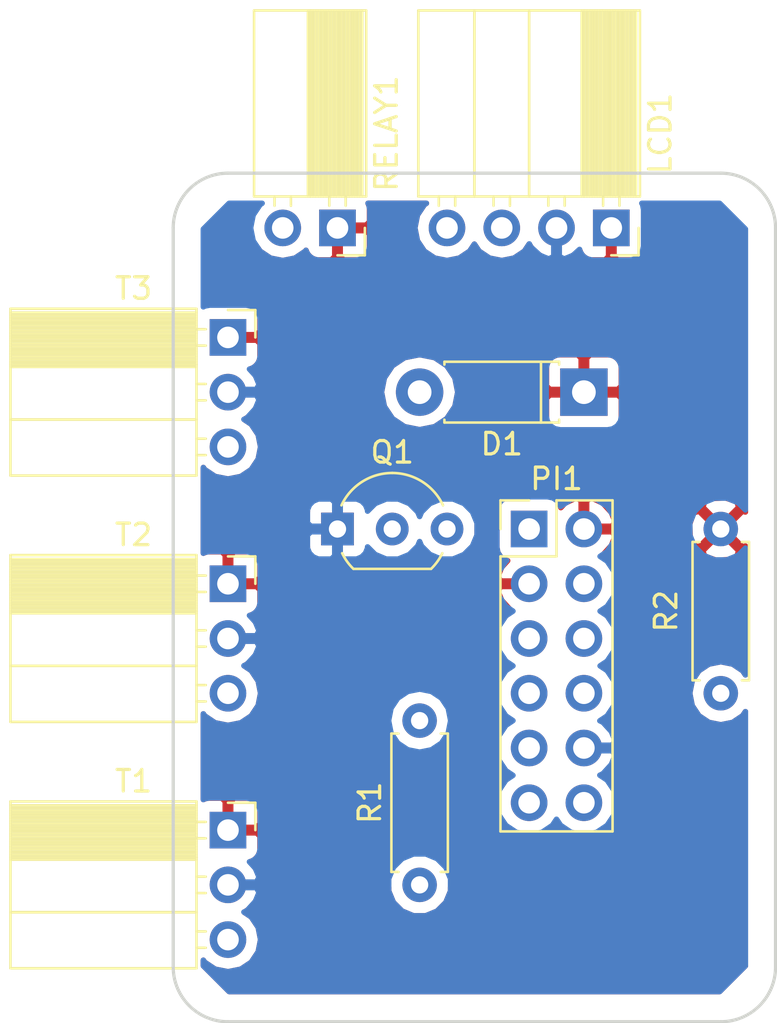
<source format=kicad_pcb>
(kicad_pcb (version 4) (host pcbnew 4.0.6)

  (general
    (links 22)
    (no_connects 10)
    (area 147.244999 100.254999 175.335001 139.775001)
    (thickness 1.6)
    (drawings 8)
    (tracks 0)
    (zones 0)
    (modules 10)
    (nets 15)
  )

  (page A4)
  (layers
    (0 F.Cu signal)
    (31 B.Cu signal hide)
    (32 B.Adhes user)
    (33 F.Adhes user)
    (34 B.Paste user)
    (35 F.Paste user)
    (36 B.SilkS user)
    (37 F.SilkS user)
    (38 B.Mask user)
    (39 F.Mask user)
    (40 Dwgs.User user)
    (41 Cmts.User user)
    (42 Eco1.User user)
    (43 Eco2.User user)
    (44 Edge.Cuts user)
    (45 Margin user)
    (46 B.CrtYd user)
    (47 F.CrtYd user)
    (48 B.Fab user)
    (49 F.Fab user)
  )

  (setup
    (last_trace_width 0.25)
    (trace_clearance 0.2)
    (zone_clearance 0.508)
    (zone_45_only no)
    (trace_min 0.2)
    (segment_width 0.2)
    (edge_width 0.15)
    (via_size 0.6)
    (via_drill 0.4)
    (via_min_size 0.4)
    (via_min_drill 0.3)
    (uvia_size 0.3)
    (uvia_drill 0.1)
    (uvias_allowed no)
    (uvia_min_size 0.2)
    (uvia_min_drill 0.1)
    (pcb_text_width 0.3)
    (pcb_text_size 1.5 1.5)
    (mod_edge_width 0.15)
    (mod_text_size 1 1)
    (mod_text_width 0.15)
    (pad_size 1.524 1.524)
    (pad_drill 0.762)
    (pad_to_mask_clearance 0.2)
    (aux_axis_origin 0 0)
    (visible_elements 7FFCF7FF)
    (pcbplotparams
      (layerselection 0x00030_80000001)
      (usegerberextensions false)
      (excludeedgelayer true)
      (linewidth 0.100000)
      (plotframeref false)
      (viasonmask false)
      (mode 1)
      (useauxorigin false)
      (hpglpennumber 1)
      (hpglpenspeed 20)
      (hpglpendiameter 15)
      (hpglpenoverlay 2)
      (psnegative false)
      (psa4output false)
      (plotreference true)
      (plotvalue true)
      (plotinvisibletext false)
      (padsonsilk false)
      (subtractmaskfromsilk false)
      (outputformat 1)
      (mirror false)
      (drillshape 1)
      (scaleselection 1)
      (outputdirectory ""))
  )

  (net 0 "")
  (net 1 +5V)
  (net 2 RELAY_OUT)
  (net 3 GND)
  (net 4 SCL)
  (net 5 SDA)
  (net 6 +3V3)
  (net 7 "Net-(PI1-Pad5)")
  (net 8 "Net-(PI1-Pad7)")
  (net 9 BCM4)
  (net 10 "Net-(PI1-Pad9)")
  (net 11 "Net-(PI1-Pad11)")
  (net 12 BCM17)
  (net 13 TRANSISTOR_BASE)
  (net 14 "Net-(PI1-Pad1)")

  (net_class Default "This is the default net class."
    (clearance 0.2)
    (trace_width 0.25)
    (via_dia 0.6)
    (via_drill 0.4)
    (uvia_dia 0.3)
    (uvia_drill 0.1)
    (add_net +3V3)
    (add_net +5V)
    (add_net BCM17)
    (add_net BCM4)
    (add_net GND)
    (add_net "Net-(PI1-Pad1)")
    (add_net "Net-(PI1-Pad11)")
    (add_net "Net-(PI1-Pad5)")
    (add_net "Net-(PI1-Pad7)")
    (add_net "Net-(PI1-Pad9)")
    (add_net RELAY_OUT)
    (add_net SCL)
    (add_net SDA)
    (add_net TRANSISTOR_BASE)
  )

  (module Diodes_THT:D_DO-41_SOD81_P7.62mm_Horizontal (layer F.Cu) (tedit 5877C982) (tstamp 58F6ED10)
    (at 166.37 110.49 180)
    (descr "D, DO-41_SOD81 series, Axial, Horizontal, pin pitch=7.62mm, , length*diameter=5.2*2.7mm^2, , http://www.diodes.com/_files/packages/DO-41%20(Plastic).pdf")
    (tags "D DO-41_SOD81 series Axial Horizontal pin pitch 7.62mm  length 5.2mm diameter 2.7mm")
    (path /58F70405)
    (fp_text reference D1 (at 3.81 -2.41 180) (layer F.SilkS)
      (effects (font (size 1 1) (thickness 0.15)))
    )
    (fp_text value D (at 3.81 2.41 180) (layer F.Fab)
      (effects (font (size 1 1) (thickness 0.15)))
    )
    (fp_line (start 1.21 -1.35) (end 1.21 1.35) (layer F.Fab) (width 0.1))
    (fp_line (start 1.21 1.35) (end 6.41 1.35) (layer F.Fab) (width 0.1))
    (fp_line (start 6.41 1.35) (end 6.41 -1.35) (layer F.Fab) (width 0.1))
    (fp_line (start 6.41 -1.35) (end 1.21 -1.35) (layer F.Fab) (width 0.1))
    (fp_line (start 0 0) (end 1.21 0) (layer F.Fab) (width 0.1))
    (fp_line (start 7.62 0) (end 6.41 0) (layer F.Fab) (width 0.1))
    (fp_line (start 1.99 -1.35) (end 1.99 1.35) (layer F.Fab) (width 0.1))
    (fp_line (start 1.15 -1.28) (end 1.15 -1.41) (layer F.SilkS) (width 0.12))
    (fp_line (start 1.15 -1.41) (end 6.47 -1.41) (layer F.SilkS) (width 0.12))
    (fp_line (start 6.47 -1.41) (end 6.47 -1.28) (layer F.SilkS) (width 0.12))
    (fp_line (start 1.15 1.28) (end 1.15 1.41) (layer F.SilkS) (width 0.12))
    (fp_line (start 1.15 1.41) (end 6.47 1.41) (layer F.SilkS) (width 0.12))
    (fp_line (start 6.47 1.41) (end 6.47 1.28) (layer F.SilkS) (width 0.12))
    (fp_line (start 1.99 -1.41) (end 1.99 1.41) (layer F.SilkS) (width 0.12))
    (fp_line (start -1.35 -1.7) (end -1.35 1.7) (layer F.CrtYd) (width 0.05))
    (fp_line (start -1.35 1.7) (end 9 1.7) (layer F.CrtYd) (width 0.05))
    (fp_line (start 9 1.7) (end 9 -1.7) (layer F.CrtYd) (width 0.05))
    (fp_line (start 9 -1.7) (end -1.35 -1.7) (layer F.CrtYd) (width 0.05))
    (pad 1 thru_hole rect (at 0 0 180) (size 2.2 2.2) (drill 1.1) (layers *.Cu *.Mask)
      (net 1 +5V))
    (pad 2 thru_hole oval (at 7.62 0 180) (size 2.2 2.2) (drill 1.1) (layers *.Cu *.Mask)
      (net 2 RELAY_OUT))
    (model Diodes_THT.3dshapes/D_DO-41_SOD81_P7.62mm_Horizontal.wrl
      (at (xyz 0 0 0))
      (scale (xyz 0.393701 0.393701 0.393701))
      (rotate (xyz 0 0 0))
    )
  )

  (module Socket_Strips:Socket_Strip_Angled_1x04_Pitch2.54mm (layer F.Cu) (tedit 58F6EFD0) (tstamp 58F6ED6D)
    (at 167.64 102.87 270)
    (descr "Through hole angled socket strip, 1x04, 2.54mm pitch, 8.51mm socket length, single row")
    (tags "Through hole angled socket strip THT 1x04 2.54mm single row")
    (path /58F6D376)
    (fp_text reference LCD1 (at -4.38 -2.27 270) (layer F.SilkS)
      (effects (font (size 1 1) (thickness 0.15)))
    )
    (fp_text value CONN_01X04_FEMALE (at -4.38 9.89 270) (layer F.Fab)
      (effects (font (size 1 1) (thickness 0.15)))
    )
    (fp_line (start -1.52 -1.27) (end -1.52 1.27) (layer F.Fab) (width 0.1))
    (fp_line (start -1.52 1.27) (end -10.03 1.27) (layer F.Fab) (width 0.1))
    (fp_line (start -10.03 1.27) (end -10.03 -1.27) (layer F.Fab) (width 0.1))
    (fp_line (start -10.03 -1.27) (end -1.52 -1.27) (layer F.Fab) (width 0.1))
    (fp_line (start 0 -0.32) (end 0 0.32) (layer F.Fab) (width 0.1))
    (fp_line (start 0 0.32) (end -1.52 0.32) (layer F.Fab) (width 0.1))
    (fp_line (start -1.52 0.32) (end -1.52 -0.32) (layer F.Fab) (width 0.1))
    (fp_line (start -1.52 -0.32) (end 0 -0.32) (layer F.Fab) (width 0.1))
    (fp_line (start -1.52 1.27) (end -1.52 3.81) (layer F.Fab) (width 0.1))
    (fp_line (start -1.52 3.81) (end -10.03 3.81) (layer F.Fab) (width 0.1))
    (fp_line (start -10.03 3.81) (end -10.03 1.27) (layer F.Fab) (width 0.1))
    (fp_line (start -10.03 1.27) (end -1.52 1.27) (layer F.Fab) (width 0.1))
    (fp_line (start 0 2.22) (end 0 2.86) (layer F.Fab) (width 0.1))
    (fp_line (start 0 2.86) (end -1.52 2.86) (layer F.Fab) (width 0.1))
    (fp_line (start -1.52 2.86) (end -1.52 2.22) (layer F.Fab) (width 0.1))
    (fp_line (start -1.52 2.22) (end 0 2.22) (layer F.Fab) (width 0.1))
    (fp_line (start -1.52 3.81) (end -1.52 6.35) (layer F.Fab) (width 0.1))
    (fp_line (start -1.52 6.35) (end -10.03 6.35) (layer F.Fab) (width 0.1))
    (fp_line (start -10.03 6.35) (end -10.03 3.81) (layer F.Fab) (width 0.1))
    (fp_line (start -10.03 3.81) (end -1.52 3.81) (layer F.Fab) (width 0.1))
    (fp_line (start 0 4.76) (end 0 5.4) (layer F.Fab) (width 0.1))
    (fp_line (start 0 5.4) (end -1.52 5.4) (layer F.Fab) (width 0.1))
    (fp_line (start -1.52 5.4) (end -1.52 4.76) (layer F.Fab) (width 0.1))
    (fp_line (start -1.52 4.76) (end 0 4.76) (layer F.Fab) (width 0.1))
    (fp_line (start -1.52 6.35) (end -1.52 8.89) (layer F.Fab) (width 0.1))
    (fp_line (start -1.52 8.89) (end -10.03 8.89) (layer F.Fab) (width 0.1))
    (fp_line (start -10.03 8.89) (end -10.03 6.35) (layer F.Fab) (width 0.1))
    (fp_line (start -10.03 6.35) (end -1.52 6.35) (layer F.Fab) (width 0.1))
    (fp_line (start 0 7.3) (end 0 7.94) (layer F.Fab) (width 0.1))
    (fp_line (start 0 7.94) (end -1.52 7.94) (layer F.Fab) (width 0.1))
    (fp_line (start -1.52 7.94) (end -1.52 7.3) (layer F.Fab) (width 0.1))
    (fp_line (start -1.52 7.3) (end 0 7.3) (layer F.Fab) (width 0.1))
    (fp_line (start -1.46 -1.33) (end -1.46 1.27) (layer F.SilkS) (width 0.12))
    (fp_line (start -1.46 1.27) (end -10.09 1.27) (layer F.SilkS) (width 0.12))
    (fp_line (start -10.09 1.27) (end -10.09 -1.33) (layer F.SilkS) (width 0.12))
    (fp_line (start -10.09 -1.33) (end -1.46 -1.33) (layer F.SilkS) (width 0.12))
    (fp_line (start -1.03 -0.38) (end -1.46 -0.38) (layer F.SilkS) (width 0.12))
    (fp_line (start -1.03 0.38) (end -1.46 0.38) (layer F.SilkS) (width 0.12))
    (fp_line (start -1.46 -1.15) (end -10.09 -1.15) (layer F.SilkS) (width 0.12))
    (fp_line (start -1.46 -1.03) (end -10.09 -1.03) (layer F.SilkS) (width 0.12))
    (fp_line (start -1.46 -0.91) (end -10.09 -0.91) (layer F.SilkS) (width 0.12))
    (fp_line (start -1.46 -0.79) (end -10.09 -0.79) (layer F.SilkS) (width 0.12))
    (fp_line (start -1.46 -0.67) (end -10.09 -0.67) (layer F.SilkS) (width 0.12))
    (fp_line (start -1.46 -0.55) (end -10.09 -0.55) (layer F.SilkS) (width 0.12))
    (fp_line (start -1.46 -0.43) (end -10.09 -0.43) (layer F.SilkS) (width 0.12))
    (fp_line (start -1.46 -0.31) (end -10.09 -0.31) (layer F.SilkS) (width 0.12))
    (fp_line (start -1.46 -0.19) (end -10.09 -0.19) (layer F.SilkS) (width 0.12))
    (fp_line (start -1.46 -0.07) (end -10.09 -0.07) (layer F.SilkS) (width 0.12))
    (fp_line (start -1.46 0.05) (end -10.09 0.05) (layer F.SilkS) (width 0.12))
    (fp_line (start -1.46 0.17) (end -10.09 0.17) (layer F.SilkS) (width 0.12))
    (fp_line (start -1.46 0.29) (end -10.09 0.29) (layer F.SilkS) (width 0.12))
    (fp_line (start -1.46 0.41) (end -10.09 0.41) (layer F.SilkS) (width 0.12))
    (fp_line (start -1.46 0.53) (end -10.09 0.53) (layer F.SilkS) (width 0.12))
    (fp_line (start -1.46 0.65) (end -10.09 0.65) (layer F.SilkS) (width 0.12))
    (fp_line (start -1.46 0.77) (end -10.09 0.77) (layer F.SilkS) (width 0.12))
    (fp_line (start -1.46 0.89) (end -10.09 0.89) (layer F.SilkS) (width 0.12))
    (fp_line (start -1.46 1.01) (end -10.09 1.01) (layer F.SilkS) (width 0.12))
    (fp_line (start -1.46 1.13) (end -10.09 1.13) (layer F.SilkS) (width 0.12))
    (fp_line (start -1.46 1.25) (end -10.09 1.25) (layer F.SilkS) (width 0.12))
    (fp_line (start -1.46 1.37) (end -10.09 1.37) (layer F.SilkS) (width 0.12))
    (fp_line (start -1.46 1.27) (end -1.46 3.81) (layer F.SilkS) (width 0.12))
    (fp_line (start -1.46 3.81) (end -10.09 3.81) (layer F.SilkS) (width 0.12))
    (fp_line (start -10.09 3.81) (end -10.09 1.27) (layer F.SilkS) (width 0.12))
    (fp_line (start -10.09 1.27) (end -1.46 1.27) (layer F.SilkS) (width 0.12))
    (fp_line (start -1.03 2.16) (end -1.46 2.16) (layer F.SilkS) (width 0.12))
    (fp_line (start -1.03 2.92) (end -1.46 2.92) (layer F.SilkS) (width 0.12))
    (fp_line (start -1.46 3.81) (end -1.46 6.35) (layer F.SilkS) (width 0.12))
    (fp_line (start -1.46 6.35) (end -10.09 6.35) (layer F.SilkS) (width 0.12))
    (fp_line (start -10.09 6.35) (end -10.09 3.81) (layer F.SilkS) (width 0.12))
    (fp_line (start -10.09 3.81) (end -1.46 3.81) (layer F.SilkS) (width 0.12))
    (fp_line (start -1.03 4.7) (end -1.46 4.7) (layer F.SilkS) (width 0.12))
    (fp_line (start -1.03 5.46) (end -1.46 5.46) (layer F.SilkS) (width 0.12))
    (fp_line (start -1.46 6.35) (end -1.46 8.95) (layer F.SilkS) (width 0.12))
    (fp_line (start -1.46 8.95) (end -10.09 8.95) (layer F.SilkS) (width 0.12))
    (fp_line (start -10.09 8.95) (end -10.09 6.35) (layer F.SilkS) (width 0.12))
    (fp_line (start -10.09 6.35) (end -1.46 6.35) (layer F.SilkS) (width 0.12))
    (fp_line (start -1.03 7.24) (end -1.46 7.24) (layer F.SilkS) (width 0.12))
    (fp_line (start -1.03 8) (end -1.46 8) (layer F.SilkS) (width 0.12))
    (fp_line (start 0 -1.27) (end 1.27 -1.27) (layer F.SilkS) (width 0.12))
    (fp_line (start 1.27 -1.27) (end 1.27 0) (layer F.SilkS) (width 0.12))
    (fp_line (start 1.8 -1.8) (end 1.8 9.4) (layer F.CrtYd) (width 0.05))
    (fp_line (start 1.8 9.4) (end -10.55 9.4) (layer F.CrtYd) (width 0.05))
    (fp_line (start -10.55 9.4) (end -10.55 -1.8) (layer F.CrtYd) (width 0.05))
    (fp_line (start -10.55 -1.8) (end 1.8 -1.8) (layer F.CrtYd) (width 0.05))
    (fp_text user %R (at 0 -2.54 270) (layer F.Fab)
      (effects (font (size 1 1) (thickness 0.15)))
    )
    (pad 1 thru_hole rect (at 0 0 270) (size 1.7 1.7) (drill 1) (layers *.Cu *.Mask)
      (net 1 +5V))
    (pad 2 thru_hole oval (at 0 2.54 270) (size 1.7 1.7) (drill 1) (layers *.Cu *.Mask)
      (net 3 GND))
    (pad 3 thru_hole oval (at 0 5.08 270) (size 1.7 1.7) (drill 1) (layers *.Cu *.Mask)
      (net 4 SCL))
    (pad 4 thru_hole oval (at 0 7.62 270) (size 1.7 1.7) (drill 1) (layers *.Cu *.Mask)
      (net 5 SDA))
    (model ${KISYS3DMOD}/Socket_Strips.3dshapes/Socket_Strip_Angled_1x04_Pitch2.54mm.wrl
      (at (xyz 0 -0.15 0))
      (scale (xyz 1 1 1))
      (rotate (xyz 0 0 270))
    )
  )

  (module TO_SOT_Packages_THT:TO-92_Inline_Wide (layer F.Cu) (tedit 58CE52AF) (tstamp 58F6EDA2)
    (at 154.94 116.84)
    (descr "TO-92 leads in-line, wide, drill 0.8mm (see NXP sot054_po.pdf)")
    (tags "to-92 sc-43 sc-43a sot54 PA33 transistor")
    (path /58F6DF9C)
    (fp_text reference Q1 (at 2.54 -3.56 180) (layer F.SilkS)
      (effects (font (size 1 1) (thickness 0.15)))
    )
    (fp_text value PN2222A (at 2.54 2.79) (layer F.Fab)
      (effects (font (size 1 1) (thickness 0.15)))
    )
    (fp_text user %R (at 2.54 -3.56 180) (layer F.Fab)
      (effects (font (size 1 1) (thickness 0.15)))
    )
    (fp_line (start 0.74 1.85) (end 4.34 1.85) (layer F.SilkS) (width 0.12))
    (fp_line (start 0.8 1.75) (end 4.3 1.75) (layer F.Fab) (width 0.1))
    (fp_line (start -1.01 -2.73) (end 6.09 -2.73) (layer F.CrtYd) (width 0.05))
    (fp_line (start -1.01 -2.73) (end -1.01 2.01) (layer F.CrtYd) (width 0.05))
    (fp_line (start 6.09 2.01) (end 6.09 -2.73) (layer F.CrtYd) (width 0.05))
    (fp_line (start 6.09 2.01) (end -1.01 2.01) (layer F.CrtYd) (width 0.05))
    (fp_arc (start 2.54 0) (end 0.74 1.85) (angle 20) (layer F.SilkS) (width 0.12))
    (fp_arc (start 2.54 0) (end 2.54 -2.6) (angle -65) (layer F.SilkS) (width 0.12))
    (fp_arc (start 2.54 0) (end 2.54 -2.6) (angle 65) (layer F.SilkS) (width 0.12))
    (fp_arc (start 2.54 0) (end 2.54 -2.48) (angle 135) (layer F.Fab) (width 0.1))
    (fp_arc (start 2.54 0) (end 2.54 -2.48) (angle -135) (layer F.Fab) (width 0.1))
    (fp_arc (start 2.54 0) (end 4.34 1.85) (angle -20) (layer F.SilkS) (width 0.12))
    (pad 2 thru_hole circle (at 2.54 0 90) (size 1.52 1.52) (drill 0.8) (layers *.Cu *.Mask)
      (net 13 TRANSISTOR_BASE))
    (pad 3 thru_hole circle (at 5.08 0 90) (size 1.52 1.52) (drill 0.8) (layers *.Cu *.Mask)
      (net 2 RELAY_OUT))
    (pad 1 thru_hole rect (at 0 0 90) (size 1.52 1.52) (drill 0.8) (layers *.Cu *.Mask)
      (net 3 GND))
    (model ${KISYS3DMOD}/TO_SOT_Packages_THT.3dshapes/TO-92_Inline_Wide.wrl
      (at (xyz 0.1 0 0))
      (scale (xyz 1 1 1))
      (rotate (xyz 0 0 -90))
    )
  )

  (module Resistors_THT:R_Axial_DIN0207_L6.3mm_D2.5mm_P7.62mm_Horizontal (layer F.Cu) (tedit 5874F706) (tstamp 58F6EDB8)
    (at 158.75 133.35 90)
    (descr "Resistor, Axial_DIN0207 series, Axial, Horizontal, pin pitch=7.62mm, 0.25W = 1/4W, length*diameter=6.3*2.5mm^2, http://cdn-reichelt.de/documents/datenblatt/B400/1_4W%23YAG.pdf")
    (tags "Resistor Axial_DIN0207 series Axial Horizontal pin pitch 7.62mm 0.25W = 1/4W length 6.3mm diameter 2.5mm")
    (path /58F6E993)
    (fp_text reference R1 (at 3.81 -2.31 90) (layer F.SilkS)
      (effects (font (size 1 1) (thickness 0.15)))
    )
    (fp_text value 1K (at 3.81 2.31 90) (layer F.Fab)
      (effects (font (size 1 1) (thickness 0.15)))
    )
    (fp_line (start 0.66 -1.25) (end 0.66 1.25) (layer F.Fab) (width 0.1))
    (fp_line (start 0.66 1.25) (end 6.96 1.25) (layer F.Fab) (width 0.1))
    (fp_line (start 6.96 1.25) (end 6.96 -1.25) (layer F.Fab) (width 0.1))
    (fp_line (start 6.96 -1.25) (end 0.66 -1.25) (layer F.Fab) (width 0.1))
    (fp_line (start 0 0) (end 0.66 0) (layer F.Fab) (width 0.1))
    (fp_line (start 7.62 0) (end 6.96 0) (layer F.Fab) (width 0.1))
    (fp_line (start 0.6 -0.98) (end 0.6 -1.31) (layer F.SilkS) (width 0.12))
    (fp_line (start 0.6 -1.31) (end 7.02 -1.31) (layer F.SilkS) (width 0.12))
    (fp_line (start 7.02 -1.31) (end 7.02 -0.98) (layer F.SilkS) (width 0.12))
    (fp_line (start 0.6 0.98) (end 0.6 1.31) (layer F.SilkS) (width 0.12))
    (fp_line (start 0.6 1.31) (end 7.02 1.31) (layer F.SilkS) (width 0.12))
    (fp_line (start 7.02 1.31) (end 7.02 0.98) (layer F.SilkS) (width 0.12))
    (fp_line (start -1.05 -1.6) (end -1.05 1.6) (layer F.CrtYd) (width 0.05))
    (fp_line (start -1.05 1.6) (end 8.7 1.6) (layer F.CrtYd) (width 0.05))
    (fp_line (start 8.7 1.6) (end 8.7 -1.6) (layer F.CrtYd) (width 0.05))
    (fp_line (start 8.7 -1.6) (end -1.05 -1.6) (layer F.CrtYd) (width 0.05))
    (pad 1 thru_hole circle (at 0 0 90) (size 1.6 1.6) (drill 0.8) (layers *.Cu *.Mask)
      (net 12 BCM17))
    (pad 2 thru_hole oval (at 7.62 0 90) (size 1.6 1.6) (drill 0.8) (layers *.Cu *.Mask)
      (net 13 TRANSISTOR_BASE))
    (model Resistors_THT.3dshapes/R_Axial_DIN0207_L6.3mm_D2.5mm_P7.62mm_Horizontal.wrl
      (at (xyz 0 0 0))
      (scale (xyz 0.393701 0.393701 0.393701))
      (rotate (xyz 0 0 0))
    )
  )

  (module Resistors_THT:R_Axial_DIN0207_L6.3mm_D2.5mm_P7.62mm_Horizontal (layer F.Cu) (tedit 58F6EFDB) (tstamp 58F6EDCE)
    (at 172.72 116.84 270)
    (descr "Resistor, Axial_DIN0207 series, Axial, Horizontal, pin pitch=7.62mm, 0.25W = 1/4W, length*diameter=6.3*2.5mm^2, http://cdn-reichelt.de/documents/datenblatt/B400/1_4W%23YAG.pdf")
    (tags "Resistor Axial_DIN0207 series Axial Horizontal pin pitch 7.62mm 0.25W = 1/4W length 6.3mm diameter 2.5mm")
    (path /58F6D072)
    (fp_text reference R2 (at 3.81 2.54 270) (layer F.SilkS)
      (effects (font (size 1 1) (thickness 0.15)))
    )
    (fp_text value 3.9K (at 3.81 2.31 270) (layer F.Fab)
      (effects (font (size 1 1) (thickness 0.15)))
    )
    (fp_line (start 0.66 -1.25) (end 0.66 1.25) (layer F.Fab) (width 0.1))
    (fp_line (start 0.66 1.25) (end 6.96 1.25) (layer F.Fab) (width 0.1))
    (fp_line (start 6.96 1.25) (end 6.96 -1.25) (layer F.Fab) (width 0.1))
    (fp_line (start 6.96 -1.25) (end 0.66 -1.25) (layer F.Fab) (width 0.1))
    (fp_line (start 0 0) (end 0.66 0) (layer F.Fab) (width 0.1))
    (fp_line (start 7.62 0) (end 6.96 0) (layer F.Fab) (width 0.1))
    (fp_line (start 0.6 -0.98) (end 0.6 -1.31) (layer F.SilkS) (width 0.12))
    (fp_line (start 0.6 -1.31) (end 7.02 -1.31) (layer F.SilkS) (width 0.12))
    (fp_line (start 7.02 -1.31) (end 7.02 -0.98) (layer F.SilkS) (width 0.12))
    (fp_line (start 0.6 0.98) (end 0.6 1.31) (layer F.SilkS) (width 0.12))
    (fp_line (start 0.6 1.31) (end 7.02 1.31) (layer F.SilkS) (width 0.12))
    (fp_line (start 7.02 1.31) (end 7.02 0.98) (layer F.SilkS) (width 0.12))
    (fp_line (start -1.05 -1.6) (end -1.05 1.6) (layer F.CrtYd) (width 0.05))
    (fp_line (start -1.05 1.6) (end 8.7 1.6) (layer F.CrtYd) (width 0.05))
    (fp_line (start 8.7 1.6) (end 8.7 -1.6) (layer F.CrtYd) (width 0.05))
    (fp_line (start 8.7 -1.6) (end -1.05 -1.6) (layer F.CrtYd) (width 0.05))
    (pad 1 thru_hole circle (at 0 0 270) (size 1.6 1.6) (drill 0.8) (layers *.Cu *.Mask)
      (net 6 +3V3))
    (pad 2 thru_hole oval (at 7.62 0 270) (size 1.6 1.6) (drill 0.8) (layers *.Cu *.Mask)
      (net 9 BCM4))
    (model Resistors_THT.3dshapes/R_Axial_DIN0207_L6.3mm_D2.5mm_P7.62mm_Horizontal.wrl
      (at (xyz 0 0 0))
      (scale (xyz 0.393701 0.393701 0.393701))
      (rotate (xyz 0 0 0))
    )
  )

  (module Socket_Strips:Socket_Strip_Angled_1x02_Pitch2.54mm (layer F.Cu) (tedit 58F6EFC8) (tstamp 58F6EE0D)
    (at 154.94 102.87 270)
    (descr "Through hole angled socket strip, 1x02, 2.54mm pitch, 8.51mm socket length, single row")
    (tags "Through hole angled socket strip THT 1x02 2.54mm single row")
    (path /58F6D7F3)
    (fp_text reference RELAY1 (at -4.38 -2.27 270) (layer F.SilkS)
      (effects (font (size 1 1) (thickness 0.15)))
    )
    (fp_text value CONN_01X02_FEMALE (at -4.38 4.81 270) (layer F.Fab)
      (effects (font (size 1 1) (thickness 0.15)))
    )
    (fp_line (start -1.52 -1.27) (end -1.52 1.27) (layer F.Fab) (width 0.1))
    (fp_line (start -1.52 1.27) (end -10.03 1.27) (layer F.Fab) (width 0.1))
    (fp_line (start -10.03 1.27) (end -10.03 -1.27) (layer F.Fab) (width 0.1))
    (fp_line (start -10.03 -1.27) (end -1.52 -1.27) (layer F.Fab) (width 0.1))
    (fp_line (start 0 -0.32) (end 0 0.32) (layer F.Fab) (width 0.1))
    (fp_line (start 0 0.32) (end -1.52 0.32) (layer F.Fab) (width 0.1))
    (fp_line (start -1.52 0.32) (end -1.52 -0.32) (layer F.Fab) (width 0.1))
    (fp_line (start -1.52 -0.32) (end 0 -0.32) (layer F.Fab) (width 0.1))
    (fp_line (start -1.52 1.27) (end -1.52 3.81) (layer F.Fab) (width 0.1))
    (fp_line (start -1.52 3.81) (end -10.03 3.81) (layer F.Fab) (width 0.1))
    (fp_line (start -10.03 3.81) (end -10.03 1.27) (layer F.Fab) (width 0.1))
    (fp_line (start -10.03 1.27) (end -1.52 1.27) (layer F.Fab) (width 0.1))
    (fp_line (start 0 2.22) (end 0 2.86) (layer F.Fab) (width 0.1))
    (fp_line (start 0 2.86) (end -1.52 2.86) (layer F.Fab) (width 0.1))
    (fp_line (start -1.52 2.86) (end -1.52 2.22) (layer F.Fab) (width 0.1))
    (fp_line (start -1.52 2.22) (end 0 2.22) (layer F.Fab) (width 0.1))
    (fp_line (start -1.46 -1.33) (end -1.46 1.27) (layer F.SilkS) (width 0.12))
    (fp_line (start -1.46 1.27) (end -10.09 1.27) (layer F.SilkS) (width 0.12))
    (fp_line (start -10.09 1.27) (end -10.09 -1.33) (layer F.SilkS) (width 0.12))
    (fp_line (start -10.09 -1.33) (end -1.46 -1.33) (layer F.SilkS) (width 0.12))
    (fp_line (start -1.03 -0.38) (end -1.46 -0.38) (layer F.SilkS) (width 0.12))
    (fp_line (start -1.03 0.38) (end -1.46 0.38) (layer F.SilkS) (width 0.12))
    (fp_line (start -1.46 -1.15) (end -10.09 -1.15) (layer F.SilkS) (width 0.12))
    (fp_line (start -1.46 -1.03) (end -10.09 -1.03) (layer F.SilkS) (width 0.12))
    (fp_line (start -1.46 -0.91) (end -10.09 -0.91) (layer F.SilkS) (width 0.12))
    (fp_line (start -1.46 -0.79) (end -10.09 -0.79) (layer F.SilkS) (width 0.12))
    (fp_line (start -1.46 -0.67) (end -10.09 -0.67) (layer F.SilkS) (width 0.12))
    (fp_line (start -1.46 -0.55) (end -10.09 -0.55) (layer F.SilkS) (width 0.12))
    (fp_line (start -1.46 -0.43) (end -10.09 -0.43) (layer F.SilkS) (width 0.12))
    (fp_line (start -1.46 -0.31) (end -10.09 -0.31) (layer F.SilkS) (width 0.12))
    (fp_line (start -1.46 -0.19) (end -10.09 -0.19) (layer F.SilkS) (width 0.12))
    (fp_line (start -1.46 -0.07) (end -10.09 -0.07) (layer F.SilkS) (width 0.12))
    (fp_line (start -1.46 0.05) (end -10.09 0.05) (layer F.SilkS) (width 0.12))
    (fp_line (start -1.46 0.17) (end -10.09 0.17) (layer F.SilkS) (width 0.12))
    (fp_line (start -1.46 0.29) (end -10.09 0.29) (layer F.SilkS) (width 0.12))
    (fp_line (start -1.46 0.41) (end -10.09 0.41) (layer F.SilkS) (width 0.12))
    (fp_line (start -1.46 0.53) (end -10.09 0.53) (layer F.SilkS) (width 0.12))
    (fp_line (start -1.46 0.65) (end -10.09 0.65) (layer F.SilkS) (width 0.12))
    (fp_line (start -1.46 0.77) (end -10.09 0.77) (layer F.SilkS) (width 0.12))
    (fp_line (start -1.46 0.89) (end -10.09 0.89) (layer F.SilkS) (width 0.12))
    (fp_line (start -1.46 1.01) (end -10.09 1.01) (layer F.SilkS) (width 0.12))
    (fp_line (start -1.46 1.13) (end -10.09 1.13) (layer F.SilkS) (width 0.12))
    (fp_line (start -1.46 1.25) (end -10.09 1.25) (layer F.SilkS) (width 0.12))
    (fp_line (start -1.46 1.37) (end -10.09 1.37) (layer F.SilkS) (width 0.12))
    (fp_line (start -1.46 1.27) (end -1.46 3.87) (layer F.SilkS) (width 0.12))
    (fp_line (start -1.46 3.87) (end -10.09 3.87) (layer F.SilkS) (width 0.12))
    (fp_line (start -10.09 3.87) (end -10.09 1.27) (layer F.SilkS) (width 0.12))
    (fp_line (start -10.09 1.27) (end -1.46 1.27) (layer F.SilkS) (width 0.12))
    (fp_line (start -1.03 2.16) (end -1.46 2.16) (layer F.SilkS) (width 0.12))
    (fp_line (start -1.03 2.92) (end -1.46 2.92) (layer F.SilkS) (width 0.12))
    (fp_line (start 0 -1.27) (end 1.27 -1.27) (layer F.SilkS) (width 0.12))
    (fp_line (start 1.27 -1.27) (end 1.27 0) (layer F.SilkS) (width 0.12))
    (fp_line (start 1.8 -1.8) (end 1.8 4.35) (layer F.CrtYd) (width 0.05))
    (fp_line (start 1.8 4.35) (end -10.55 4.35) (layer F.CrtYd) (width 0.05))
    (fp_line (start -10.55 4.35) (end -10.55 -1.8) (layer F.CrtYd) (width 0.05))
    (fp_line (start -10.55 -1.8) (end 1.8 -1.8) (layer F.CrtYd) (width 0.05))
    (fp_text user %R (at 0 -2.54 270) (layer F.Fab)
      (effects (font (size 1 1) (thickness 0.15)))
    )
    (pad 1 thru_hole rect (at 0 0 270) (size 1.7 1.7) (drill 1) (layers *.Cu *.Mask)
      (net 1 +5V))
    (pad 2 thru_hole oval (at 0 2.54 270) (size 1.7 1.7) (drill 1) (layers *.Cu *.Mask)
      (net 2 RELAY_OUT))
    (model ${KISYS3DMOD}/Socket_Strips.3dshapes/Socket_Strip_Angled_1x02_Pitch2.54mm.wrl
      (at (xyz 0 -0.05 0))
      (scale (xyz 1 1 1))
      (rotate (xyz 0 0 270))
    )
  )

  (module Socket_Strips:Socket_Strip_Angled_1x03_Pitch2.54mm (layer F.Cu) (tedit 58F6EFB1) (tstamp 58F6EE5B)
    (at 149.86 130.81)
    (descr "Through hole angled socket strip, 1x03, 2.54mm pitch, 8.51mm socket length, single row")
    (tags "Through hole angled socket strip THT 1x03 2.54mm single row")
    (path /58F6CF84)
    (fp_text reference T1 (at -4.38 -2.27) (layer F.SilkS)
      (effects (font (size 1 1) (thickness 0.15)))
    )
    (fp_text value CONN_01X03_FEMALE (at -4.38 7.35) (layer F.Fab)
      (effects (font (size 1 1) (thickness 0.15)))
    )
    (fp_line (start -1.52 -1.27) (end -1.52 1.27) (layer F.Fab) (width 0.1))
    (fp_line (start -1.52 1.27) (end -10.03 1.27) (layer F.Fab) (width 0.1))
    (fp_line (start -10.03 1.27) (end -10.03 -1.27) (layer F.Fab) (width 0.1))
    (fp_line (start -10.03 -1.27) (end -1.52 -1.27) (layer F.Fab) (width 0.1))
    (fp_line (start 0 -0.32) (end 0 0.32) (layer F.Fab) (width 0.1))
    (fp_line (start 0 0.32) (end -1.52 0.32) (layer F.Fab) (width 0.1))
    (fp_line (start -1.52 0.32) (end -1.52 -0.32) (layer F.Fab) (width 0.1))
    (fp_line (start -1.52 -0.32) (end 0 -0.32) (layer F.Fab) (width 0.1))
    (fp_line (start -1.52 1.27) (end -1.52 3.81) (layer F.Fab) (width 0.1))
    (fp_line (start -1.52 3.81) (end -10.03 3.81) (layer F.Fab) (width 0.1))
    (fp_line (start -10.03 3.81) (end -10.03 1.27) (layer F.Fab) (width 0.1))
    (fp_line (start -10.03 1.27) (end -1.52 1.27) (layer F.Fab) (width 0.1))
    (fp_line (start 0 2.22) (end 0 2.86) (layer F.Fab) (width 0.1))
    (fp_line (start 0 2.86) (end -1.52 2.86) (layer F.Fab) (width 0.1))
    (fp_line (start -1.52 2.86) (end -1.52 2.22) (layer F.Fab) (width 0.1))
    (fp_line (start -1.52 2.22) (end 0 2.22) (layer F.Fab) (width 0.1))
    (fp_line (start -1.52 3.81) (end -1.52 6.35) (layer F.Fab) (width 0.1))
    (fp_line (start -1.52 6.35) (end -10.03 6.35) (layer F.Fab) (width 0.1))
    (fp_line (start -10.03 6.35) (end -10.03 3.81) (layer F.Fab) (width 0.1))
    (fp_line (start -10.03 3.81) (end -1.52 3.81) (layer F.Fab) (width 0.1))
    (fp_line (start 0 4.76) (end 0 5.4) (layer F.Fab) (width 0.1))
    (fp_line (start 0 5.4) (end -1.52 5.4) (layer F.Fab) (width 0.1))
    (fp_line (start -1.52 5.4) (end -1.52 4.76) (layer F.Fab) (width 0.1))
    (fp_line (start -1.52 4.76) (end 0 4.76) (layer F.Fab) (width 0.1))
    (fp_line (start -1.46 -1.33) (end -1.46 1.27) (layer F.SilkS) (width 0.12))
    (fp_line (start -1.46 1.27) (end -10.09 1.27) (layer F.SilkS) (width 0.12))
    (fp_line (start -10.09 1.27) (end -10.09 -1.33) (layer F.SilkS) (width 0.12))
    (fp_line (start -10.09 -1.33) (end -1.46 -1.33) (layer F.SilkS) (width 0.12))
    (fp_line (start -1.03 -0.38) (end -1.46 -0.38) (layer F.SilkS) (width 0.12))
    (fp_line (start -1.03 0.38) (end -1.46 0.38) (layer F.SilkS) (width 0.12))
    (fp_line (start -1.46 -1.15) (end -10.09 -1.15) (layer F.SilkS) (width 0.12))
    (fp_line (start -1.46 -1.03) (end -10.09 -1.03) (layer F.SilkS) (width 0.12))
    (fp_line (start -1.46 -0.91) (end -10.09 -0.91) (layer F.SilkS) (width 0.12))
    (fp_line (start -1.46 -0.79) (end -10.09 -0.79) (layer F.SilkS) (width 0.12))
    (fp_line (start -1.46 -0.67) (end -10.09 -0.67) (layer F.SilkS) (width 0.12))
    (fp_line (start -1.46 -0.55) (end -10.09 -0.55) (layer F.SilkS) (width 0.12))
    (fp_line (start -1.46 -0.43) (end -10.09 -0.43) (layer F.SilkS) (width 0.12))
    (fp_line (start -1.46 -0.31) (end -10.09 -0.31) (layer F.SilkS) (width 0.12))
    (fp_line (start -1.46 -0.19) (end -10.09 -0.19) (layer F.SilkS) (width 0.12))
    (fp_line (start -1.46 -0.07) (end -10.09 -0.07) (layer F.SilkS) (width 0.12))
    (fp_line (start -1.46 0.05) (end -10.09 0.05) (layer F.SilkS) (width 0.12))
    (fp_line (start -1.46 0.17) (end -10.09 0.17) (layer F.SilkS) (width 0.12))
    (fp_line (start -1.46 0.29) (end -10.09 0.29) (layer F.SilkS) (width 0.12))
    (fp_line (start -1.46 0.41) (end -10.09 0.41) (layer F.SilkS) (width 0.12))
    (fp_line (start -1.46 0.53) (end -10.09 0.53) (layer F.SilkS) (width 0.12))
    (fp_line (start -1.46 0.65) (end -10.09 0.65) (layer F.SilkS) (width 0.12))
    (fp_line (start -1.46 0.77) (end -10.09 0.77) (layer F.SilkS) (width 0.12))
    (fp_line (start -1.46 0.89) (end -10.09 0.89) (layer F.SilkS) (width 0.12))
    (fp_line (start -1.46 1.01) (end -10.09 1.01) (layer F.SilkS) (width 0.12))
    (fp_line (start -1.46 1.13) (end -10.09 1.13) (layer F.SilkS) (width 0.12))
    (fp_line (start -1.46 1.25) (end -10.09 1.25) (layer F.SilkS) (width 0.12))
    (fp_line (start -1.46 1.37) (end -10.09 1.37) (layer F.SilkS) (width 0.12))
    (fp_line (start -1.46 1.27) (end -1.46 3.81) (layer F.SilkS) (width 0.12))
    (fp_line (start -1.46 3.81) (end -10.09 3.81) (layer F.SilkS) (width 0.12))
    (fp_line (start -10.09 3.81) (end -10.09 1.27) (layer F.SilkS) (width 0.12))
    (fp_line (start -10.09 1.27) (end -1.46 1.27) (layer F.SilkS) (width 0.12))
    (fp_line (start -1.03 2.16) (end -1.46 2.16) (layer F.SilkS) (width 0.12))
    (fp_line (start -1.03 2.92) (end -1.46 2.92) (layer F.SilkS) (width 0.12))
    (fp_line (start -1.46 3.81) (end -1.46 6.41) (layer F.SilkS) (width 0.12))
    (fp_line (start -1.46 6.41) (end -10.09 6.41) (layer F.SilkS) (width 0.12))
    (fp_line (start -10.09 6.41) (end -10.09 3.81) (layer F.SilkS) (width 0.12))
    (fp_line (start -10.09 3.81) (end -1.46 3.81) (layer F.SilkS) (width 0.12))
    (fp_line (start -1.03 4.7) (end -1.46 4.7) (layer F.SilkS) (width 0.12))
    (fp_line (start -1.03 5.46) (end -1.46 5.46) (layer F.SilkS) (width 0.12))
    (fp_line (start 0 -1.27) (end 1.27 -1.27) (layer F.SilkS) (width 0.12))
    (fp_line (start 1.27 -1.27) (end 1.27 0) (layer F.SilkS) (width 0.12))
    (fp_line (start 1.8 -1.8) (end 1.8 6.85) (layer F.CrtYd) (width 0.05))
    (fp_line (start 1.8 6.85) (end -10.55 6.85) (layer F.CrtYd) (width 0.05))
    (fp_line (start -10.55 6.85) (end -10.55 -1.8) (layer F.CrtYd) (width 0.05))
    (fp_line (start -10.55 -1.8) (end 1.8 -1.8) (layer F.CrtYd) (width 0.05))
    (fp_text user %R (at 0 -2.54) (layer F.Fab)
      (effects (font (size 1 1) (thickness 0.15)))
    )
    (pad 1 thru_hole rect (at 0 0) (size 1.7 1.7) (drill 1) (layers *.Cu *.Mask)
      (net 6 +3V3))
    (pad 2 thru_hole oval (at 0 2.54) (size 1.7 1.7) (drill 1) (layers *.Cu *.Mask)
      (net 3 GND))
    (pad 3 thru_hole oval (at 0 5.08) (size 1.7 1.7) (drill 1) (layers *.Cu *.Mask)
      (net 9 BCM4))
    (model ${KISYS3DMOD}/Socket_Strips.3dshapes/Socket_Strip_Angled_1x03_Pitch2.54mm.wrl
      (at (xyz 0 -0.1 0))
      (scale (xyz 1 1 1))
      (rotate (xyz 0 0 270))
    )
  )

  (module Socket_Strips:Socket_Strip_Angled_1x03_Pitch2.54mm (layer F.Cu) (tedit 58F6EFB7) (tstamp 58F6EEA9)
    (at 149.86 119.38)
    (descr "Through hole angled socket strip, 1x03, 2.54mm pitch, 8.51mm socket length, single row")
    (tags "Through hole angled socket strip THT 1x03 2.54mm single row")
    (path /58F6D137)
    (fp_text reference T2 (at -4.38 -2.27) (layer F.SilkS)
      (effects (font (size 1 1) (thickness 0.15)))
    )
    (fp_text value CONN_01X03_FEMALE (at -4.38 7.35) (layer F.Fab)
      (effects (font (size 1 1) (thickness 0.15)))
    )
    (fp_line (start -1.52 -1.27) (end -1.52 1.27) (layer F.Fab) (width 0.1))
    (fp_line (start -1.52 1.27) (end -10.03 1.27) (layer F.Fab) (width 0.1))
    (fp_line (start -10.03 1.27) (end -10.03 -1.27) (layer F.Fab) (width 0.1))
    (fp_line (start -10.03 -1.27) (end -1.52 -1.27) (layer F.Fab) (width 0.1))
    (fp_line (start 0 -0.32) (end 0 0.32) (layer F.Fab) (width 0.1))
    (fp_line (start 0 0.32) (end -1.52 0.32) (layer F.Fab) (width 0.1))
    (fp_line (start -1.52 0.32) (end -1.52 -0.32) (layer F.Fab) (width 0.1))
    (fp_line (start -1.52 -0.32) (end 0 -0.32) (layer F.Fab) (width 0.1))
    (fp_line (start -1.52 1.27) (end -1.52 3.81) (layer F.Fab) (width 0.1))
    (fp_line (start -1.52 3.81) (end -10.03 3.81) (layer F.Fab) (width 0.1))
    (fp_line (start -10.03 3.81) (end -10.03 1.27) (layer F.Fab) (width 0.1))
    (fp_line (start -10.03 1.27) (end -1.52 1.27) (layer F.Fab) (width 0.1))
    (fp_line (start 0 2.22) (end 0 2.86) (layer F.Fab) (width 0.1))
    (fp_line (start 0 2.86) (end -1.52 2.86) (layer F.Fab) (width 0.1))
    (fp_line (start -1.52 2.86) (end -1.52 2.22) (layer F.Fab) (width 0.1))
    (fp_line (start -1.52 2.22) (end 0 2.22) (layer F.Fab) (width 0.1))
    (fp_line (start -1.52 3.81) (end -1.52 6.35) (layer F.Fab) (width 0.1))
    (fp_line (start -1.52 6.35) (end -10.03 6.35) (layer F.Fab) (width 0.1))
    (fp_line (start -10.03 6.35) (end -10.03 3.81) (layer F.Fab) (width 0.1))
    (fp_line (start -10.03 3.81) (end -1.52 3.81) (layer F.Fab) (width 0.1))
    (fp_line (start 0 4.76) (end 0 5.4) (layer F.Fab) (width 0.1))
    (fp_line (start 0 5.4) (end -1.52 5.4) (layer F.Fab) (width 0.1))
    (fp_line (start -1.52 5.4) (end -1.52 4.76) (layer F.Fab) (width 0.1))
    (fp_line (start -1.52 4.76) (end 0 4.76) (layer F.Fab) (width 0.1))
    (fp_line (start -1.46 -1.33) (end -1.46 1.27) (layer F.SilkS) (width 0.12))
    (fp_line (start -1.46 1.27) (end -10.09 1.27) (layer F.SilkS) (width 0.12))
    (fp_line (start -10.09 1.27) (end -10.09 -1.33) (layer F.SilkS) (width 0.12))
    (fp_line (start -10.09 -1.33) (end -1.46 -1.33) (layer F.SilkS) (width 0.12))
    (fp_line (start -1.03 -0.38) (end -1.46 -0.38) (layer F.SilkS) (width 0.12))
    (fp_line (start -1.03 0.38) (end -1.46 0.38) (layer F.SilkS) (width 0.12))
    (fp_line (start -1.46 -1.15) (end -10.09 -1.15) (layer F.SilkS) (width 0.12))
    (fp_line (start -1.46 -1.03) (end -10.09 -1.03) (layer F.SilkS) (width 0.12))
    (fp_line (start -1.46 -0.91) (end -10.09 -0.91) (layer F.SilkS) (width 0.12))
    (fp_line (start -1.46 -0.79) (end -10.09 -0.79) (layer F.SilkS) (width 0.12))
    (fp_line (start -1.46 -0.67) (end -10.09 -0.67) (layer F.SilkS) (width 0.12))
    (fp_line (start -1.46 -0.55) (end -10.09 -0.55) (layer F.SilkS) (width 0.12))
    (fp_line (start -1.46 -0.43) (end -10.09 -0.43) (layer F.SilkS) (width 0.12))
    (fp_line (start -1.46 -0.31) (end -10.09 -0.31) (layer F.SilkS) (width 0.12))
    (fp_line (start -1.46 -0.19) (end -10.09 -0.19) (layer F.SilkS) (width 0.12))
    (fp_line (start -1.46 -0.07) (end -10.09 -0.07) (layer F.SilkS) (width 0.12))
    (fp_line (start -1.46 0.05) (end -10.09 0.05) (layer F.SilkS) (width 0.12))
    (fp_line (start -1.46 0.17) (end -10.09 0.17) (layer F.SilkS) (width 0.12))
    (fp_line (start -1.46 0.29) (end -10.09 0.29) (layer F.SilkS) (width 0.12))
    (fp_line (start -1.46 0.41) (end -10.09 0.41) (layer F.SilkS) (width 0.12))
    (fp_line (start -1.46 0.53) (end -10.09 0.53) (layer F.SilkS) (width 0.12))
    (fp_line (start -1.46 0.65) (end -10.09 0.65) (layer F.SilkS) (width 0.12))
    (fp_line (start -1.46 0.77) (end -10.09 0.77) (layer F.SilkS) (width 0.12))
    (fp_line (start -1.46 0.89) (end -10.09 0.89) (layer F.SilkS) (width 0.12))
    (fp_line (start -1.46 1.01) (end -10.09 1.01) (layer F.SilkS) (width 0.12))
    (fp_line (start -1.46 1.13) (end -10.09 1.13) (layer F.SilkS) (width 0.12))
    (fp_line (start -1.46 1.25) (end -10.09 1.25) (layer F.SilkS) (width 0.12))
    (fp_line (start -1.46 1.37) (end -10.09 1.37) (layer F.SilkS) (width 0.12))
    (fp_line (start -1.46 1.27) (end -1.46 3.81) (layer F.SilkS) (width 0.12))
    (fp_line (start -1.46 3.81) (end -10.09 3.81) (layer F.SilkS) (width 0.12))
    (fp_line (start -10.09 3.81) (end -10.09 1.27) (layer F.SilkS) (width 0.12))
    (fp_line (start -10.09 1.27) (end -1.46 1.27) (layer F.SilkS) (width 0.12))
    (fp_line (start -1.03 2.16) (end -1.46 2.16) (layer F.SilkS) (width 0.12))
    (fp_line (start -1.03 2.92) (end -1.46 2.92) (layer F.SilkS) (width 0.12))
    (fp_line (start -1.46 3.81) (end -1.46 6.41) (layer F.SilkS) (width 0.12))
    (fp_line (start -1.46 6.41) (end -10.09 6.41) (layer F.SilkS) (width 0.12))
    (fp_line (start -10.09 6.41) (end -10.09 3.81) (layer F.SilkS) (width 0.12))
    (fp_line (start -10.09 3.81) (end -1.46 3.81) (layer F.SilkS) (width 0.12))
    (fp_line (start -1.03 4.7) (end -1.46 4.7) (layer F.SilkS) (width 0.12))
    (fp_line (start -1.03 5.46) (end -1.46 5.46) (layer F.SilkS) (width 0.12))
    (fp_line (start 0 -1.27) (end 1.27 -1.27) (layer F.SilkS) (width 0.12))
    (fp_line (start 1.27 -1.27) (end 1.27 0) (layer F.SilkS) (width 0.12))
    (fp_line (start 1.8 -1.8) (end 1.8 6.85) (layer F.CrtYd) (width 0.05))
    (fp_line (start 1.8 6.85) (end -10.55 6.85) (layer F.CrtYd) (width 0.05))
    (fp_line (start -10.55 6.85) (end -10.55 -1.8) (layer F.CrtYd) (width 0.05))
    (fp_line (start -10.55 -1.8) (end 1.8 -1.8) (layer F.CrtYd) (width 0.05))
    (fp_text user %R (at 0 -2.54) (layer F.Fab)
      (effects (font (size 1 1) (thickness 0.15)))
    )
    (pad 1 thru_hole rect (at 0 0) (size 1.7 1.7) (drill 1) (layers *.Cu *.Mask)
      (net 6 +3V3))
    (pad 2 thru_hole oval (at 0 2.54) (size 1.7 1.7) (drill 1) (layers *.Cu *.Mask)
      (net 3 GND))
    (pad 3 thru_hole oval (at 0 5.08) (size 1.7 1.7) (drill 1) (layers *.Cu *.Mask)
      (net 9 BCM4))
    (model ${KISYS3DMOD}/Socket_Strips.3dshapes/Socket_Strip_Angled_1x03_Pitch2.54mm.wrl
      (at (xyz 0 -0.1 0))
      (scale (xyz 1 1 1))
      (rotate (xyz 0 0 270))
    )
  )

  (module Socket_Strips:Socket_Strip_Angled_1x03_Pitch2.54mm (layer F.Cu) (tedit 58F6EFBF) (tstamp 58F6EEF7)
    (at 149.86 107.95)
    (descr "Through hole angled socket strip, 1x03, 2.54mm pitch, 8.51mm socket length, single row")
    (tags "Through hole angled socket strip THT 1x03 2.54mm single row")
    (path /58F6D198)
    (fp_text reference T3 (at -4.38 -2.27) (layer F.SilkS)
      (effects (font (size 1 1) (thickness 0.15)))
    )
    (fp_text value CONN_01X03_FEMALE (at -4.38 7.35) (layer F.Fab)
      (effects (font (size 1 1) (thickness 0.15)))
    )
    (fp_line (start -1.52 -1.27) (end -1.52 1.27) (layer F.Fab) (width 0.1))
    (fp_line (start -1.52 1.27) (end -10.03 1.27) (layer F.Fab) (width 0.1))
    (fp_line (start -10.03 1.27) (end -10.03 -1.27) (layer F.Fab) (width 0.1))
    (fp_line (start -10.03 -1.27) (end -1.52 -1.27) (layer F.Fab) (width 0.1))
    (fp_line (start 0 -0.32) (end 0 0.32) (layer F.Fab) (width 0.1))
    (fp_line (start 0 0.32) (end -1.52 0.32) (layer F.Fab) (width 0.1))
    (fp_line (start -1.52 0.32) (end -1.52 -0.32) (layer F.Fab) (width 0.1))
    (fp_line (start -1.52 -0.32) (end 0 -0.32) (layer F.Fab) (width 0.1))
    (fp_line (start -1.52 1.27) (end -1.52 3.81) (layer F.Fab) (width 0.1))
    (fp_line (start -1.52 3.81) (end -10.03 3.81) (layer F.Fab) (width 0.1))
    (fp_line (start -10.03 3.81) (end -10.03 1.27) (layer F.Fab) (width 0.1))
    (fp_line (start -10.03 1.27) (end -1.52 1.27) (layer F.Fab) (width 0.1))
    (fp_line (start 0 2.22) (end 0 2.86) (layer F.Fab) (width 0.1))
    (fp_line (start 0 2.86) (end -1.52 2.86) (layer F.Fab) (width 0.1))
    (fp_line (start -1.52 2.86) (end -1.52 2.22) (layer F.Fab) (width 0.1))
    (fp_line (start -1.52 2.22) (end 0 2.22) (layer F.Fab) (width 0.1))
    (fp_line (start -1.52 3.81) (end -1.52 6.35) (layer F.Fab) (width 0.1))
    (fp_line (start -1.52 6.35) (end -10.03 6.35) (layer F.Fab) (width 0.1))
    (fp_line (start -10.03 6.35) (end -10.03 3.81) (layer F.Fab) (width 0.1))
    (fp_line (start -10.03 3.81) (end -1.52 3.81) (layer F.Fab) (width 0.1))
    (fp_line (start 0 4.76) (end 0 5.4) (layer F.Fab) (width 0.1))
    (fp_line (start 0 5.4) (end -1.52 5.4) (layer F.Fab) (width 0.1))
    (fp_line (start -1.52 5.4) (end -1.52 4.76) (layer F.Fab) (width 0.1))
    (fp_line (start -1.52 4.76) (end 0 4.76) (layer F.Fab) (width 0.1))
    (fp_line (start -1.46 -1.33) (end -1.46 1.27) (layer F.SilkS) (width 0.12))
    (fp_line (start -1.46 1.27) (end -10.09 1.27) (layer F.SilkS) (width 0.12))
    (fp_line (start -10.09 1.27) (end -10.09 -1.33) (layer F.SilkS) (width 0.12))
    (fp_line (start -10.09 -1.33) (end -1.46 -1.33) (layer F.SilkS) (width 0.12))
    (fp_line (start -1.03 -0.38) (end -1.46 -0.38) (layer F.SilkS) (width 0.12))
    (fp_line (start -1.03 0.38) (end -1.46 0.38) (layer F.SilkS) (width 0.12))
    (fp_line (start -1.46 -1.15) (end -10.09 -1.15) (layer F.SilkS) (width 0.12))
    (fp_line (start -1.46 -1.03) (end -10.09 -1.03) (layer F.SilkS) (width 0.12))
    (fp_line (start -1.46 -0.91) (end -10.09 -0.91) (layer F.SilkS) (width 0.12))
    (fp_line (start -1.46 -0.79) (end -10.09 -0.79) (layer F.SilkS) (width 0.12))
    (fp_line (start -1.46 -0.67) (end -10.09 -0.67) (layer F.SilkS) (width 0.12))
    (fp_line (start -1.46 -0.55) (end -10.09 -0.55) (layer F.SilkS) (width 0.12))
    (fp_line (start -1.46 -0.43) (end -10.09 -0.43) (layer F.SilkS) (width 0.12))
    (fp_line (start -1.46 -0.31) (end -10.09 -0.31) (layer F.SilkS) (width 0.12))
    (fp_line (start -1.46 -0.19) (end -10.09 -0.19) (layer F.SilkS) (width 0.12))
    (fp_line (start -1.46 -0.07) (end -10.09 -0.07) (layer F.SilkS) (width 0.12))
    (fp_line (start -1.46 0.05) (end -10.09 0.05) (layer F.SilkS) (width 0.12))
    (fp_line (start -1.46 0.17) (end -10.09 0.17) (layer F.SilkS) (width 0.12))
    (fp_line (start -1.46 0.29) (end -10.09 0.29) (layer F.SilkS) (width 0.12))
    (fp_line (start -1.46 0.41) (end -10.09 0.41) (layer F.SilkS) (width 0.12))
    (fp_line (start -1.46 0.53) (end -10.09 0.53) (layer F.SilkS) (width 0.12))
    (fp_line (start -1.46 0.65) (end -10.09 0.65) (layer F.SilkS) (width 0.12))
    (fp_line (start -1.46 0.77) (end -10.09 0.77) (layer F.SilkS) (width 0.12))
    (fp_line (start -1.46 0.89) (end -10.09 0.89) (layer F.SilkS) (width 0.12))
    (fp_line (start -1.46 1.01) (end -10.09 1.01) (layer F.SilkS) (width 0.12))
    (fp_line (start -1.46 1.13) (end -10.09 1.13) (layer F.SilkS) (width 0.12))
    (fp_line (start -1.46 1.25) (end -10.09 1.25) (layer F.SilkS) (width 0.12))
    (fp_line (start -1.46 1.37) (end -10.09 1.37) (layer F.SilkS) (width 0.12))
    (fp_line (start -1.46 1.27) (end -1.46 3.81) (layer F.SilkS) (width 0.12))
    (fp_line (start -1.46 3.81) (end -10.09 3.81) (layer F.SilkS) (width 0.12))
    (fp_line (start -10.09 3.81) (end -10.09 1.27) (layer F.SilkS) (width 0.12))
    (fp_line (start -10.09 1.27) (end -1.46 1.27) (layer F.SilkS) (width 0.12))
    (fp_line (start -1.03 2.16) (end -1.46 2.16) (layer F.SilkS) (width 0.12))
    (fp_line (start -1.03 2.92) (end -1.46 2.92) (layer F.SilkS) (width 0.12))
    (fp_line (start -1.46 3.81) (end -1.46 6.41) (layer F.SilkS) (width 0.12))
    (fp_line (start -1.46 6.41) (end -10.09 6.41) (layer F.SilkS) (width 0.12))
    (fp_line (start -10.09 6.41) (end -10.09 3.81) (layer F.SilkS) (width 0.12))
    (fp_line (start -10.09 3.81) (end -1.46 3.81) (layer F.SilkS) (width 0.12))
    (fp_line (start -1.03 4.7) (end -1.46 4.7) (layer F.SilkS) (width 0.12))
    (fp_line (start -1.03 5.46) (end -1.46 5.46) (layer F.SilkS) (width 0.12))
    (fp_line (start 0 -1.27) (end 1.27 -1.27) (layer F.SilkS) (width 0.12))
    (fp_line (start 1.27 -1.27) (end 1.27 0) (layer F.SilkS) (width 0.12))
    (fp_line (start 1.8 -1.8) (end 1.8 6.85) (layer F.CrtYd) (width 0.05))
    (fp_line (start 1.8 6.85) (end -10.55 6.85) (layer F.CrtYd) (width 0.05))
    (fp_line (start -10.55 6.85) (end -10.55 -1.8) (layer F.CrtYd) (width 0.05))
    (fp_line (start -10.55 -1.8) (end 1.8 -1.8) (layer F.CrtYd) (width 0.05))
    (fp_text user %R (at 0 -2.54) (layer F.Fab)
      (effects (font (size 1 1) (thickness 0.15)))
    )
    (pad 1 thru_hole rect (at 0 0) (size 1.7 1.7) (drill 1) (layers *.Cu *.Mask)
      (net 6 +3V3))
    (pad 2 thru_hole oval (at 0 2.54) (size 1.7 1.7) (drill 1) (layers *.Cu *.Mask)
      (net 3 GND))
    (pad 3 thru_hole oval (at 0 5.08) (size 1.7 1.7) (drill 1) (layers *.Cu *.Mask)
      (net 9 BCM4))
    (model ${KISYS3DMOD}/Socket_Strips.3dshapes/Socket_Strip_Angled_1x03_Pitch2.54mm.wrl
      (at (xyz 0 -0.1 0))
      (scale (xyz 1 1 1))
      (rotate (xyz 0 0 270))
    )
  )

  (module Pin_Headers:Pin_Header_Straight_2x06_Pitch2.54mm (layer F.Cu) (tedit 58CD4EC5) (tstamp 58F6F6E3)
    (at 163.83 116.84)
    (descr "Through hole straight pin header, 2x06, 2.54mm pitch, double rows")
    (tags "Through hole pin header THT 2x06 2.54mm double row")
    (path /58F6CE7F)
    (fp_text reference PI1 (at 1.27 -2.33) (layer F.SilkS)
      (effects (font (size 1 1) (thickness 0.15)))
    )
    (fp_text value CONN_02X06 (at 1.27 15.03) (layer F.Fab)
      (effects (font (size 1 1) (thickness 0.15)))
    )
    (fp_line (start -1.27 -1.27) (end -1.27 13.97) (layer F.Fab) (width 0.1))
    (fp_line (start -1.27 13.97) (end 3.81 13.97) (layer F.Fab) (width 0.1))
    (fp_line (start 3.81 13.97) (end 3.81 -1.27) (layer F.Fab) (width 0.1))
    (fp_line (start 3.81 -1.27) (end -1.27 -1.27) (layer F.Fab) (width 0.1))
    (fp_line (start -1.33 1.27) (end -1.33 14.03) (layer F.SilkS) (width 0.12))
    (fp_line (start -1.33 14.03) (end 3.87 14.03) (layer F.SilkS) (width 0.12))
    (fp_line (start 3.87 14.03) (end 3.87 -1.33) (layer F.SilkS) (width 0.12))
    (fp_line (start 3.87 -1.33) (end 1.27 -1.33) (layer F.SilkS) (width 0.12))
    (fp_line (start 1.27 -1.33) (end 1.27 1.27) (layer F.SilkS) (width 0.12))
    (fp_line (start 1.27 1.27) (end -1.33 1.27) (layer F.SilkS) (width 0.12))
    (fp_line (start -1.33 0) (end -1.33 -1.33) (layer F.SilkS) (width 0.12))
    (fp_line (start -1.33 -1.33) (end 0 -1.33) (layer F.SilkS) (width 0.12))
    (fp_line (start -1.8 -1.8) (end -1.8 14.5) (layer F.CrtYd) (width 0.05))
    (fp_line (start -1.8 14.5) (end 4.35 14.5) (layer F.CrtYd) (width 0.05))
    (fp_line (start 4.35 14.5) (end 4.35 -1.8) (layer F.CrtYd) (width 0.05))
    (fp_line (start 4.35 -1.8) (end -1.8 -1.8) (layer F.CrtYd) (width 0.05))
    (fp_text user %R (at 1.27 -2.33) (layer F.Fab)
      (effects (font (size 1 1) (thickness 0.15)))
    )
    (pad 1 thru_hole rect (at 0 0) (size 1.7 1.7) (drill 1) (layers *.Cu *.Mask)
      (net 14 "Net-(PI1-Pad1)"))
    (pad 2 thru_hole oval (at 2.54 0) (size 1.7 1.7) (drill 1) (layers *.Cu *.Mask)
      (net 6 +3V3))
    (pad 3 thru_hole oval (at 0 2.54) (size 1.7 1.7) (drill 1) (layers *.Cu *.Mask)
      (net 1 +5V))
    (pad 4 thru_hole oval (at 2.54 2.54) (size 1.7 1.7) (drill 1) (layers *.Cu *.Mask)
      (net 5 SDA))
    (pad 5 thru_hole oval (at 0 5.08) (size 1.7 1.7) (drill 1) (layers *.Cu *.Mask)
      (net 7 "Net-(PI1-Pad5)"))
    (pad 6 thru_hole oval (at 2.54 5.08) (size 1.7 1.7) (drill 1) (layers *.Cu *.Mask)
      (net 4 SCL))
    (pad 7 thru_hole oval (at 0 7.62) (size 1.7 1.7) (drill 1) (layers *.Cu *.Mask)
      (net 8 "Net-(PI1-Pad7)"))
    (pad 8 thru_hole oval (at 2.54 7.62) (size 1.7 1.7) (drill 1) (layers *.Cu *.Mask)
      (net 9 BCM4))
    (pad 9 thru_hole oval (at 0 10.16) (size 1.7 1.7) (drill 1) (layers *.Cu *.Mask)
      (net 10 "Net-(PI1-Pad9)"))
    (pad 10 thru_hole oval (at 2.54 10.16) (size 1.7 1.7) (drill 1) (layers *.Cu *.Mask)
      (net 3 GND))
    (pad 11 thru_hole oval (at 0 12.7) (size 1.7 1.7) (drill 1) (layers *.Cu *.Mask)
      (net 11 "Net-(PI1-Pad11)"))
    (pad 12 thru_hole oval (at 2.54 12.7) (size 1.7 1.7) (drill 1) (layers *.Cu *.Mask)
      (net 12 BCM17))
    (model ${KISYS3DMOD}/Pin_Headers.3dshapes/Pin_Header_Straight_2x06_Pitch2.54mm.wrl
      (at (xyz 0.05 -0.25 0))
      (scale (xyz 1 1 1))
      (rotate (xyz 0 0 90))
    )
  )

  (gr_arc (start 149.86 137.16) (end 149.86 139.7) (angle 90) (layer Edge.Cuts) (width 0.15))
  (gr_arc (start 149.86 102.87) (end 147.32 102.87) (angle 90) (layer Edge.Cuts) (width 0.15))
  (gr_arc (start 172.72 102.87) (end 172.72 100.33) (angle 90) (layer Edge.Cuts) (width 0.15))
  (gr_arc (start 172.72 137.16) (end 175.26 137.16) (angle 90) (layer Edge.Cuts) (width 0.15))
  (gr_line (start 147.32 102.87) (end 147.32 137.16) (angle 90) (layer Edge.Cuts) (width 0.15))
  (gr_line (start 172.72 100.33) (end 149.86 100.33) (angle 90) (layer Edge.Cuts) (width 0.15))
  (gr_line (start 175.26 137.16) (end 175.26 102.87) (angle 90) (layer Edge.Cuts) (width 0.15))
  (gr_line (start 172.72 139.7) (end 149.86 139.7) (angle 90) (layer Edge.Cuts) (width 0.15))

  (zone (net 6) (net_name +3V3) (layer F.Cu) (tstamp 58F6F75A) (hatch edge 0.508)
    (connect_pads (clearance 0.508))
    (min_thickness 0.254)
    (fill yes (arc_segments 16) (thermal_gap 0.508) (thermal_bridge_width 0.508) (smoothing chamfer))
    (polygon
      (pts
        (xy 153.67 119.38) (xy 154.94 119.38) (xy 154.94 133.35) (xy 168.91 133.35) (xy 168.91 118.11)
        (xy 166.37 118.11) (xy 165.1 116.84) (xy 165.1 114.3) (xy 173.99 114.3) (xy 173.99 137.16)
        (xy 172.72 138.43) (xy 149.86 138.43) (xy 148.59 137.16) (xy 148.59 106.68) (xy 153.67 106.68)
      )
    )
    (filled_polygon
      (pts
        (xy 153.543 116.028446) (xy 153.53256 116.08) (xy 153.53256 117.6) (xy 153.543 117.655484) (xy 153.543 119.38)
        (xy 153.553006 119.42941) (xy 153.581447 119.471035) (xy 153.623841 119.498315) (xy 153.67 119.507) (xy 154.813 119.507)
        (xy 154.813 133.35) (xy 154.823006 133.39941) (xy 154.851447 133.441035) (xy 154.893841 133.468315) (xy 154.94 133.477)
        (xy 157.314889 133.477) (xy 157.314752 133.634187) (xy 157.532757 134.1618) (xy 157.936077 134.565824) (xy 158.463309 134.78475)
        (xy 159.034187 134.785248) (xy 159.5618 134.567243) (xy 159.965824 134.163923) (xy 160.18475 133.636691) (xy 160.184889 133.477)
        (xy 168.91 133.477) (xy 168.95941 133.466994) (xy 169.001035 133.438553) (xy 169.028315 133.396159) (xy 169.037 133.35)
        (xy 169.037 118.11) (xy 169.026994 118.06059) (xy 168.998553 118.018965) (xy 168.956159 117.991685) (xy 168.91 117.983)
        (xy 167.298914 117.983) (xy 167.422176 117.847745) (xy 171.891861 117.847745) (xy 171.965995 118.093864) (xy 172.503223 118.286965)
        (xy 173.073454 118.259778) (xy 173.474005 118.093864) (xy 173.548139 117.847745) (xy 172.72 117.019605) (xy 171.891861 117.847745)
        (xy 167.422176 117.847745) (xy 167.641645 117.606924) (xy 167.811476 117.19689) (xy 167.690155 116.967) (xy 166.497 116.967)
        (xy 166.497 116.987) (xy 166.243 116.987) (xy 166.243 116.967) (xy 166.223 116.967) (xy 166.223 116.713)
        (xy 166.243 116.713) (xy 166.243 115.519181) (xy 166.497 115.519181) (xy 166.497 116.713) (xy 167.690155 116.713)
        (xy 167.737533 116.623223) (xy 171.273035 116.623223) (xy 171.300222 117.193454) (xy 171.466136 117.594005) (xy 171.712255 117.668139)
        (xy 172.540395 116.84) (xy 171.712255 116.011861) (xy 171.466136 116.085995) (xy 171.273035 116.623223) (xy 167.737533 116.623223)
        (xy 167.811476 116.48311) (xy 167.641645 116.073076) (xy 167.422177 115.832255) (xy 171.891861 115.832255) (xy 172.72 116.660395)
        (xy 173.548139 115.832255) (xy 173.474005 115.586136) (xy 172.936777 115.393035) (xy 172.366546 115.420222) (xy 171.965995 115.586136)
        (xy 171.891861 115.832255) (xy 167.422177 115.832255) (xy 167.251358 115.644817) (xy 166.726892 115.398514) (xy 166.497 115.519181)
        (xy 166.243 115.519181) (xy 166.013108 115.398514) (xy 165.488642 115.644817) (xy 165.301192 115.850504) (xy 165.283162 115.754683)
        (xy 165.227 115.667405) (xy 165.227 114.427) (xy 173.863 114.427) (xy 173.863 116.052601) (xy 173.727745 116.011861)
        (xy 172.899605 116.84) (xy 173.727745 117.668139) (xy 173.863 117.627399) (xy 173.863 123.609206) (xy 173.734698 123.417189)
        (xy 173.269151 123.10612) (xy 172.72 122.996887) (xy 172.170849 123.10612) (xy 171.705302 123.417189) (xy 171.394233 123.882736)
        (xy 171.285 124.431887) (xy 171.285 124.488113) (xy 171.394233 125.037264) (xy 171.705302 125.502811) (xy 172.170849 125.81388)
        (xy 172.72 125.923113) (xy 173.269151 125.81388) (xy 173.734698 125.502811) (xy 173.863 125.310794) (xy 173.863 137.107394)
        (xy 172.667394 138.303) (xy 149.912606 138.303) (xy 148.717 137.107394) (xy 148.717 136.844491) (xy 148.780853 136.940054)
        (xy 149.262622 137.261961) (xy 149.830907 137.375) (xy 149.889093 137.375) (xy 150.457378 137.261961) (xy 150.939147 136.940054)
        (xy 151.261054 136.458285) (xy 151.374093 135.89) (xy 151.261054 135.321715) (xy 150.939147 134.839946) (xy 150.609974 134.62)
        (xy 150.939147 134.400054) (xy 151.261054 133.918285) (xy 151.374093 133.35) (xy 151.261054 132.781715) (xy 150.939147 132.299946)
        (xy 150.895223 132.270597) (xy 151.069698 132.198327) (xy 151.248327 132.019699) (xy 151.345 131.78631) (xy 151.345 131.09575)
        (xy 151.18625 130.937) (xy 149.987 130.937) (xy 149.987 130.957) (xy 149.733 130.957) (xy 149.733 130.937)
        (xy 149.713 130.937) (xy 149.713 130.683) (xy 149.733 130.683) (xy 149.733 129.48375) (xy 149.987 129.48375)
        (xy 149.987 130.683) (xy 151.18625 130.683) (xy 151.345 130.52425) (xy 151.345 129.83369) (xy 151.248327 129.600301)
        (xy 151.069698 129.421673) (xy 150.836309 129.325) (xy 150.14575 129.325) (xy 149.987 129.48375) (xy 149.733 129.48375)
        (xy 149.57425 129.325) (xy 148.883691 129.325) (xy 148.717 129.394046) (xy 148.717 125.414491) (xy 148.780853 125.510054)
        (xy 149.262622 125.831961) (xy 149.830907 125.945) (xy 149.889093 125.945) (xy 150.457378 125.831961) (xy 150.939147 125.510054)
        (xy 151.261054 125.028285) (xy 151.374093 124.46) (xy 151.261054 123.891715) (xy 150.939147 123.409946) (xy 150.609974 123.19)
        (xy 150.939147 122.970054) (xy 151.261054 122.488285) (xy 151.374093 121.92) (xy 151.261054 121.351715) (xy 150.939147 120.869946)
        (xy 150.895223 120.840597) (xy 151.069698 120.768327) (xy 151.248327 120.589699) (xy 151.345 120.35631) (xy 151.345 119.66575)
        (xy 151.18625 119.507) (xy 149.987 119.507) (xy 149.987 119.527) (xy 149.733 119.527) (xy 149.733 119.507)
        (xy 149.713 119.507) (xy 149.713 119.253) (xy 149.733 119.253) (xy 149.733 118.05375) (xy 149.987 118.05375)
        (xy 149.987 119.253) (xy 151.18625 119.253) (xy 151.345 119.09425) (xy 151.345 118.40369) (xy 151.248327 118.170301)
        (xy 151.069698 117.991673) (xy 150.836309 117.895) (xy 150.14575 117.895) (xy 149.987 118.05375) (xy 149.733 118.05375)
        (xy 149.57425 117.895) (xy 148.883691 117.895) (xy 148.717 117.964046) (xy 148.717 113.984491) (xy 148.780853 114.080054)
        (xy 149.262622 114.401961) (xy 149.830907 114.515) (xy 149.889093 114.515) (xy 150.457378 114.401961) (xy 150.939147 114.080054)
        (xy 151.261054 113.598285) (xy 151.374093 113.03) (xy 151.261054 112.461715) (xy 150.939147 111.979946) (xy 150.609974 111.76)
        (xy 150.939147 111.540054) (xy 151.261054 111.058285) (xy 151.374093 110.49) (xy 151.261054 109.921715) (xy 150.939147 109.439946)
        (xy 150.895223 109.410597) (xy 151.069698 109.338327) (xy 151.248327 109.159699) (xy 151.345 108.92631) (xy 151.345 108.23575)
        (xy 151.18625 108.077) (xy 149.987 108.077) (xy 149.987 108.097) (xy 149.733 108.097) (xy 149.733 108.077)
        (xy 149.713 108.077) (xy 149.713 107.823) (xy 149.733 107.823) (xy 149.733 107.803) (xy 149.987 107.803)
        (xy 149.987 107.823) (xy 151.18625 107.823) (xy 151.345 107.66425) (xy 151.345 106.97369) (xy 151.275955 106.807)
        (xy 153.543 106.807)
      )
    )
  )
  (zone (net 1) (net_name +5V) (layer F.Cu) (tstamp 58F6F856) (hatch edge 0.508)
    (connect_pads (clearance 0.508))
    (min_thickness 0.254)
    (fill yes (arc_segments 16) (thermal_gap 0.508) (thermal_bridge_width 0.508) (smoothing chamfer))
    (polygon
      (pts
        (xy 168.91 105.41) (xy 168.91 101.6) (xy 166.37 101.6) (xy 151.13 101.6) (xy 151.13 105.41)
        (xy 156.21 105.41) (xy 156.21 113.03) (xy 161.29 113.03) (xy 161.29 120.65) (xy 163.83 120.65)
        (xy 165.1 119.38) (xy 163.83 118.11) (xy 163.83 113.03) (xy 163.83 111.76) (xy 168.91 111.76)
      )
    )
    (filled_polygon
      (pts
        (xy 158.969946 101.790853) (xy 158.648039 102.272622) (xy 158.535 102.840907) (xy 158.535 102.899093) (xy 158.648039 103.467378)
        (xy 158.969946 103.949147) (xy 159.451715 104.271054) (xy 160.02 104.384093) (xy 160.588285 104.271054) (xy 161.070054 103.949147)
        (xy 161.29 103.619974) (xy 161.509946 103.949147) (xy 161.991715 104.271054) (xy 162.56 104.384093) (xy 163.128285 104.271054)
        (xy 163.610054 103.949147) (xy 163.83 103.619974) (xy 164.049946 103.949147) (xy 164.531715 104.271054) (xy 165.1 104.384093)
        (xy 165.668285 104.271054) (xy 166.150054 103.949147) (xy 166.179403 103.905223) (xy 166.251673 104.079698) (xy 166.430301 104.258327)
        (xy 166.66369 104.355) (xy 167.35425 104.355) (xy 167.513 104.19625) (xy 167.513 102.997) (xy 167.493 102.997)
        (xy 167.493 102.743) (xy 167.513 102.743) (xy 167.513 102.723) (xy 167.767 102.723) (xy 167.767 102.743)
        (xy 167.787 102.743) (xy 167.787 102.997) (xy 167.767 102.997) (xy 167.767 104.19625) (xy 167.92575 104.355)
        (xy 168.61631 104.355) (xy 168.783 104.285955) (xy 168.783 111.633) (xy 168.105 111.633) (xy 168.105 110.77575)
        (xy 167.94625 110.617) (xy 166.497 110.617) (xy 166.497 110.637) (xy 166.243 110.637) (xy 166.243 110.617)
        (xy 164.79375 110.617) (xy 164.635 110.77575) (xy 164.635 111.633) (xy 163.83 111.633) (xy 163.78059 111.643006)
        (xy 163.738965 111.671447) (xy 163.711685 111.713841) (xy 163.703 111.76) (xy 163.703 115.34256) (xy 162.98 115.34256)
        (xy 162.744683 115.386838) (xy 162.528559 115.52591) (xy 162.383569 115.73811) (xy 162.33256 115.99) (xy 162.33256 117.69)
        (xy 162.376838 117.925317) (xy 162.51591 118.141441) (xy 162.72811 118.286431) (xy 162.836107 118.308301) (xy 162.558355 118.613076)
        (xy 162.388524 119.02311) (xy 162.509845 119.253) (xy 163.703 119.253) (xy 163.703 119.233) (xy 163.957 119.233)
        (xy 163.957 119.253) (xy 163.977 119.253) (xy 163.977 119.507) (xy 163.957 119.507) (xy 163.957 119.527)
        (xy 163.703 119.527) (xy 163.703 119.507) (xy 162.509845 119.507) (xy 162.388524 119.73689) (xy 162.558355 120.146924)
        (xy 162.901086 120.523) (xy 161.417 120.523) (xy 161.417 113.03) (xy 161.406994 112.98059) (xy 161.378553 112.938965)
        (xy 161.336159 112.911685) (xy 161.29 112.903) (xy 156.337 112.903) (xy 156.337 110.49) (xy 156.981009 110.49)
        (xy 157.113078 111.153956) (xy 157.489179 111.71683) (xy 158.052053 112.092931) (xy 158.716009 112.225) (xy 158.783991 112.225)
        (xy 159.447947 112.092931) (xy 160.010821 111.71683) (xy 160.386922 111.153956) (xy 160.518991 110.49) (xy 160.386922 109.826044)
        (xy 160.011169 109.26369) (xy 164.635 109.26369) (xy 164.635 110.20425) (xy 164.79375 110.363) (xy 166.243 110.363)
        (xy 166.243 108.91375) (xy 166.497 108.91375) (xy 166.497 110.363) (xy 167.94625 110.363) (xy 168.105 110.20425)
        (xy 168.105 109.26369) (xy 168.008327 109.030301) (xy 167.829698 108.851673) (xy 167.596309 108.755) (xy 166.65575 108.755)
        (xy 166.497 108.91375) (xy 166.243 108.91375) (xy 166.08425 108.755) (xy 165.143691 108.755) (xy 164.910302 108.851673)
        (xy 164.731673 109.030301) (xy 164.635 109.26369) (xy 160.011169 109.26369) (xy 160.010821 109.26317) (xy 159.447947 108.887069)
        (xy 158.783991 108.755) (xy 158.716009 108.755) (xy 158.052053 108.887069) (xy 157.489179 109.26317) (xy 157.113078 109.826044)
        (xy 156.981009 110.49) (xy 156.337 110.49) (xy 156.337 105.41) (xy 156.326994 105.36059) (xy 156.298553 105.318965)
        (xy 156.256159 105.291685) (xy 156.21 105.283) (xy 151.257 105.283) (xy 151.257 103.810043) (xy 151.349946 103.949147)
        (xy 151.831715 104.271054) (xy 152.4 104.384093) (xy 152.968285 104.271054) (xy 153.450054 103.949147) (xy 153.479403 103.905223)
        (xy 153.551673 104.079698) (xy 153.730301 104.258327) (xy 153.96369 104.355) (xy 154.65425 104.355) (xy 154.813 104.19625)
        (xy 154.813 102.997) (xy 155.067 102.997) (xy 155.067 104.19625) (xy 155.22575 104.355) (xy 155.91631 104.355)
        (xy 156.149699 104.258327) (xy 156.328327 104.079698) (xy 156.425 103.846309) (xy 156.425 103.15575) (xy 156.26625 102.997)
        (xy 155.067 102.997) (xy 154.813 102.997) (xy 154.793 102.997) (xy 154.793 102.743) (xy 154.813 102.743)
        (xy 154.813 102.723) (xy 155.067 102.723) (xy 155.067 102.743) (xy 156.26625 102.743) (xy 156.425 102.58425)
        (xy 156.425 101.893691) (xy 156.355954 101.727) (xy 159.065509 101.727)
      )
    )
  )
  (zone (net 3) (net_name GND) (layer B.Cu) (tstamp 58F6F988) (hatch edge 0.508)
    (connect_pads (clearance 0.508))
    (min_thickness 0.254)
    (fill yes (arc_segments 16) (thermal_gap 0.508) (thermal_bridge_width 0.508) (smoothing chamfer))
    (polygon
      (pts
        (xy 173.99 102.87) (xy 173.99 137.16) (xy 172.72 138.43) (xy 149.86 138.43) (xy 148.59 137.16)
        (xy 148.59 102.87) (xy 149.86 101.6) (xy 172.72 101.6)
      )
    )
    (filled_polygon
      (pts
        (xy 151.349946 101.790853) (xy 151.028039 102.272622) (xy 150.915 102.840907) (xy 150.915 102.899093) (xy 151.028039 103.467378)
        (xy 151.349946 103.949147) (xy 151.831715 104.271054) (xy 152.4 104.384093) (xy 152.968285 104.271054) (xy 153.450054 103.949147)
        (xy 153.47785 103.907548) (xy 153.486838 103.955317) (xy 153.62591 104.171441) (xy 153.83811 104.316431) (xy 154.09 104.36744)
        (xy 155.79 104.36744) (xy 156.025317 104.323162) (xy 156.241441 104.18409) (xy 156.386431 103.97189) (xy 156.43744 103.72)
        (xy 156.43744 102.02) (xy 156.393162 101.784683) (xy 156.356044 101.727) (xy 159.065509 101.727) (xy 158.969946 101.790853)
        (xy 158.648039 102.272622) (xy 158.535 102.840907) (xy 158.535 102.899093) (xy 158.648039 103.467378) (xy 158.969946 103.949147)
        (xy 159.451715 104.271054) (xy 160.02 104.384093) (xy 160.588285 104.271054) (xy 161.070054 103.949147) (xy 161.29 103.619974)
        (xy 161.509946 103.949147) (xy 161.991715 104.271054) (xy 162.56 104.384093) (xy 163.128285 104.271054) (xy 163.610054 103.949147)
        (xy 163.837702 103.608447) (xy 163.904817 103.751358) (xy 164.333076 104.141645) (xy 164.74311 104.311476) (xy 164.973 104.190155)
        (xy 164.973 102.997) (xy 164.953 102.997) (xy 164.953 102.743) (xy 164.973 102.743) (xy 164.973 102.723)
        (xy 165.227 102.723) (xy 165.227 102.743) (xy 165.247 102.743) (xy 165.247 102.997) (xy 165.227 102.997)
        (xy 165.227 104.190155) (xy 165.45689 104.311476) (xy 165.866924 104.141645) (xy 166.169937 103.865499) (xy 166.186838 103.955317)
        (xy 166.32591 104.171441) (xy 166.53811 104.316431) (xy 166.79 104.36744) (xy 168.49 104.36744) (xy 168.725317 104.323162)
        (xy 168.941441 104.18409) (xy 169.086431 103.97189) (xy 169.13744 103.72) (xy 169.13744 102.02) (xy 169.093162 101.784683)
        (xy 169.056044 101.727) (xy 172.667394 101.727) (xy 173.863 102.922606) (xy 173.863 115.953827) (xy 173.533923 115.624176)
        (xy 173.006691 115.40525) (xy 172.435813 115.404752) (xy 171.9082 115.622757) (xy 171.504176 116.026077) (xy 171.28525 116.553309)
        (xy 171.284752 117.124187) (xy 171.502757 117.6518) (xy 171.906077 118.055824) (xy 172.433309 118.27475) (xy 173.004187 118.275248)
        (xy 173.5318 118.057243) (xy 173.863 117.72662) (xy 173.863 123.609206) (xy 173.734698 123.417189) (xy 173.269151 123.10612)
        (xy 172.72 122.996887) (xy 172.170849 123.10612) (xy 171.705302 123.417189) (xy 171.394233 123.882736) (xy 171.285 124.431887)
        (xy 171.285 124.488113) (xy 171.394233 125.037264) (xy 171.705302 125.502811) (xy 172.170849 125.81388) (xy 172.72 125.923113)
        (xy 173.269151 125.81388) (xy 173.734698 125.502811) (xy 173.863 125.310794) (xy 173.863 137.107394) (xy 172.667394 138.303)
        (xy 149.912606 138.303) (xy 148.717 137.107394) (xy 148.717 136.844491) (xy 148.780853 136.940054) (xy 149.262622 137.261961)
        (xy 149.830907 137.375) (xy 149.889093 137.375) (xy 150.457378 137.261961) (xy 150.939147 136.940054) (xy 151.261054 136.458285)
        (xy 151.374093 135.89) (xy 151.261054 135.321715) (xy 150.939147 134.839946) (xy 150.598447 134.612298) (xy 150.741358 134.545183)
        (xy 151.131645 134.116924) (xy 151.301476 133.70689) (xy 151.263109 133.634187) (xy 157.314752 133.634187) (xy 157.532757 134.1618)
        (xy 157.936077 134.565824) (xy 158.463309 134.78475) (xy 159.034187 134.785248) (xy 159.5618 134.567243) (xy 159.965824 134.163923)
        (xy 160.18475 133.636691) (xy 160.185248 133.065813) (xy 159.967243 132.5382) (xy 159.563923 132.134176) (xy 159.036691 131.91525)
        (xy 158.465813 131.914752) (xy 157.9382 132.132757) (xy 157.534176 132.536077) (xy 157.31525 133.063309) (xy 157.314752 133.634187)
        (xy 151.263109 133.634187) (xy 151.180155 133.477) (xy 149.987 133.477) (xy 149.987 133.497) (xy 149.733 133.497)
        (xy 149.733 133.477) (xy 149.713 133.477) (xy 149.713 133.223) (xy 149.733 133.223) (xy 149.733 133.203)
        (xy 149.987 133.203) (xy 149.987 133.223) (xy 151.180155 133.223) (xy 151.301476 132.99311) (xy 151.131645 132.583076)
        (xy 150.855499 132.280063) (xy 150.945317 132.263162) (xy 151.161441 132.12409) (xy 151.306431 131.91189) (xy 151.35744 131.66)
        (xy 151.35744 129.96) (xy 151.313162 129.724683) (xy 151.17409 129.508559) (xy 150.96189 129.363569) (xy 150.71 129.31256)
        (xy 149.01 129.31256) (xy 148.774683 129.356838) (xy 148.717 129.393956) (xy 148.717 125.414491) (xy 148.780853 125.510054)
        (xy 149.262622 125.831961) (xy 149.830907 125.945) (xy 149.889093 125.945) (xy 150.457378 125.831961) (xy 150.652047 125.701887)
        (xy 157.315 125.701887) (xy 157.315 125.758113) (xy 157.424233 126.307264) (xy 157.735302 126.772811) (xy 158.200849 127.08388)
        (xy 158.75 127.193113) (xy 159.299151 127.08388) (xy 159.764698 126.772811) (xy 160.075767 126.307264) (xy 160.185 125.758113)
        (xy 160.185 125.701887) (xy 160.075767 125.152736) (xy 159.764698 124.687189) (xy 159.299151 124.37612) (xy 158.75 124.266887)
        (xy 158.200849 124.37612) (xy 157.735302 124.687189) (xy 157.424233 125.152736) (xy 157.315 125.701887) (xy 150.652047 125.701887)
        (xy 150.939147 125.510054) (xy 151.261054 125.028285) (xy 151.374093 124.46) (xy 151.261054 123.891715) (xy 150.939147 123.409946)
        (xy 150.598447 123.182298) (xy 150.741358 123.115183) (xy 151.131645 122.686924) (xy 151.301476 122.27689) (xy 151.180155 122.047)
        (xy 149.987 122.047) (xy 149.987 122.067) (xy 149.733 122.067) (xy 149.733 122.047) (xy 149.713 122.047)
        (xy 149.713 121.793) (xy 149.733 121.793) (xy 149.733 121.773) (xy 149.987 121.773) (xy 149.987 121.793)
        (xy 151.180155 121.793) (xy 151.301476 121.56311) (xy 151.131645 121.153076) (xy 150.855499 120.850063) (xy 150.945317 120.833162)
        (xy 151.161441 120.69409) (xy 151.306431 120.48189) (xy 151.35744 120.23) (xy 151.35744 119.38) (xy 162.315907 119.38)
        (xy 162.428946 119.948285) (xy 162.750853 120.430054) (xy 163.080026 120.65) (xy 162.750853 120.869946) (xy 162.428946 121.351715)
        (xy 162.315907 121.92) (xy 162.428946 122.488285) (xy 162.750853 122.970054) (xy 163.080026 123.19) (xy 162.750853 123.409946)
        (xy 162.428946 123.891715) (xy 162.315907 124.46) (xy 162.428946 125.028285) (xy 162.750853 125.510054) (xy 163.080026 125.73)
        (xy 162.750853 125.949946) (xy 162.428946 126.431715) (xy 162.315907 127) (xy 162.428946 127.568285) (xy 162.750853 128.050054)
        (xy 163.080026 128.27) (xy 162.750853 128.489946) (xy 162.428946 128.971715) (xy 162.315907 129.54) (xy 162.428946 130.108285)
        (xy 162.750853 130.590054) (xy 163.232622 130.911961) (xy 163.800907 131.025) (xy 163.859093 131.025) (xy 164.427378 130.911961)
        (xy 164.909147 130.590054) (xy 165.1 130.304422) (xy 165.290853 130.590054) (xy 165.772622 130.911961) (xy 166.340907 131.025)
        (xy 166.399093 131.025) (xy 166.967378 130.911961) (xy 167.449147 130.590054) (xy 167.771054 130.108285) (xy 167.884093 129.54)
        (xy 167.771054 128.971715) (xy 167.449147 128.489946) (xy 167.108447 128.262298) (xy 167.251358 128.195183) (xy 167.641645 127.766924)
        (xy 167.811476 127.35689) (xy 167.690155 127.127) (xy 166.497 127.127) (xy 166.497 127.147) (xy 166.243 127.147)
        (xy 166.243 127.127) (xy 166.223 127.127) (xy 166.223 126.873) (xy 166.243 126.873) (xy 166.243 126.853)
        (xy 166.497 126.853) (xy 166.497 126.873) (xy 167.690155 126.873) (xy 167.811476 126.64311) (xy 167.641645 126.233076)
        (xy 167.251358 125.804817) (xy 167.108447 125.737702) (xy 167.449147 125.510054) (xy 167.771054 125.028285) (xy 167.884093 124.46)
        (xy 167.771054 123.891715) (xy 167.449147 123.409946) (xy 167.119974 123.19) (xy 167.449147 122.970054) (xy 167.771054 122.488285)
        (xy 167.884093 121.92) (xy 167.771054 121.351715) (xy 167.449147 120.869946) (xy 167.119974 120.65) (xy 167.449147 120.430054)
        (xy 167.771054 119.948285) (xy 167.884093 119.38) (xy 167.771054 118.811715) (xy 167.449147 118.329946) (xy 167.119974 118.11)
        (xy 167.449147 117.890054) (xy 167.771054 117.408285) (xy 167.884093 116.84) (xy 167.771054 116.271715) (xy 167.449147 115.789946)
        (xy 166.967378 115.468039) (xy 166.399093 115.355) (xy 166.340907 115.355) (xy 165.772622 115.468039) (xy 165.290853 115.789946)
        (xy 165.290029 115.791179) (xy 165.283162 115.754683) (xy 165.14409 115.538559) (xy 164.93189 115.393569) (xy 164.68 115.34256)
        (xy 162.98 115.34256) (xy 162.744683 115.386838) (xy 162.528559 115.52591) (xy 162.383569 115.73811) (xy 162.33256 115.99)
        (xy 162.33256 117.69) (xy 162.376838 117.925317) (xy 162.51591 118.141441) (xy 162.72811 118.286431) (xy 162.795541 118.300086)
        (xy 162.750853 118.329946) (xy 162.428946 118.811715) (xy 162.315907 119.38) (xy 151.35744 119.38) (xy 151.35744 118.53)
        (xy 151.313162 118.294683) (xy 151.17409 118.078559) (xy 150.96189 117.933569) (xy 150.71 117.88256) (xy 149.01 117.88256)
        (xy 148.774683 117.926838) (xy 148.717 117.963956) (xy 148.717 117.12575) (xy 153.545 117.12575) (xy 153.545 117.726309)
        (xy 153.641673 117.959698) (xy 153.820301 118.138327) (xy 154.05369 118.235) (xy 154.65425 118.235) (xy 154.813 118.07625)
        (xy 154.813 116.967) (xy 153.70375 116.967) (xy 153.545 117.12575) (xy 148.717 117.12575) (xy 148.717 115.953691)
        (xy 153.545 115.953691) (xy 153.545 116.55425) (xy 153.70375 116.713) (xy 154.813 116.713) (xy 154.813 115.60375)
        (xy 155.067 115.60375) (xy 155.067 116.713) (xy 155.087 116.713) (xy 155.087 116.967) (xy 155.067 116.967)
        (xy 155.067 118.07625) (xy 155.22575 118.235) (xy 155.82631 118.235) (xy 156.059699 118.138327) (xy 156.238327 117.959698)
        (xy 156.335 117.726309) (xy 156.335 117.667552) (xy 156.688764 118.021934) (xy 157.2013 118.234758) (xy 157.756265 118.235242)
        (xy 158.269172 118.023313) (xy 158.661934 117.631236) (xy 158.749954 117.419262) (xy 158.836687 117.629172) (xy 159.228764 118.021934)
        (xy 159.7413 118.234758) (xy 160.296265 118.235242) (xy 160.809172 118.023313) (xy 161.201934 117.631236) (xy 161.414758 117.1187)
        (xy 161.415242 116.563735) (xy 161.203313 116.050828) (xy 160.811236 115.658066) (xy 160.2987 115.445242) (xy 159.743735 115.444758)
        (xy 159.230828 115.656687) (xy 158.838066 116.048764) (xy 158.750046 116.260738) (xy 158.663313 116.050828) (xy 158.271236 115.658066)
        (xy 157.7587 115.445242) (xy 157.203735 115.444758) (xy 156.690828 115.656687) (xy 156.335 116.011894) (xy 156.335 115.953691)
        (xy 156.238327 115.720302) (xy 156.059699 115.541673) (xy 155.82631 115.445) (xy 155.22575 115.445) (xy 155.067 115.60375)
        (xy 154.813 115.60375) (xy 154.65425 115.445) (xy 154.05369 115.445) (xy 153.820301 115.541673) (xy 153.641673 115.720302)
        (xy 153.545 115.953691) (xy 148.717 115.953691) (xy 148.717 113.984491) (xy 148.780853 114.080054) (xy 149.262622 114.401961)
        (xy 149.830907 114.515) (xy 149.889093 114.515) (xy 150.457378 114.401961) (xy 150.939147 114.080054) (xy 151.261054 113.598285)
        (xy 151.374093 113.03) (xy 151.261054 112.461715) (xy 150.939147 111.979946) (xy 150.598447 111.752298) (xy 150.741358 111.685183)
        (xy 151.131645 111.256924) (xy 151.301476 110.84689) (xy 151.180155 110.617) (xy 149.987 110.617) (xy 149.987 110.637)
        (xy 149.733 110.637) (xy 149.733 110.617) (xy 149.713 110.617) (xy 149.713 110.49) (xy 156.981009 110.49)
        (xy 157.113078 111.153956) (xy 157.489179 111.71683) (xy 158.052053 112.092931) (xy 158.716009 112.225) (xy 158.783991 112.225)
        (xy 159.447947 112.092931) (xy 160.010821 111.71683) (xy 160.386922 111.153956) (xy 160.518991 110.49) (xy 160.386922 109.826044)
        (xy 160.095567 109.39) (xy 164.62256 109.39) (xy 164.62256 111.59) (xy 164.666838 111.825317) (xy 164.80591 112.041441)
        (xy 165.01811 112.186431) (xy 165.27 112.23744) (xy 167.47 112.23744) (xy 167.705317 112.193162) (xy 167.921441 112.05409)
        (xy 168.066431 111.84189) (xy 168.11744 111.59) (xy 168.11744 109.39) (xy 168.073162 109.154683) (xy 167.93409 108.938559)
        (xy 167.72189 108.793569) (xy 167.47 108.74256) (xy 165.27 108.74256) (xy 165.034683 108.786838) (xy 164.818559 108.92591)
        (xy 164.673569 109.13811) (xy 164.62256 109.39) (xy 160.095567 109.39) (xy 160.010821 109.26317) (xy 159.447947 108.887069)
        (xy 158.783991 108.755) (xy 158.716009 108.755) (xy 158.052053 108.887069) (xy 157.489179 109.26317) (xy 157.113078 109.826044)
        (xy 156.981009 110.49) (xy 149.713 110.49) (xy 149.713 110.363) (xy 149.733 110.363) (xy 149.733 110.343)
        (xy 149.987 110.343) (xy 149.987 110.363) (xy 151.180155 110.363) (xy 151.301476 110.13311) (xy 151.131645 109.723076)
        (xy 150.855499 109.420063) (xy 150.945317 109.403162) (xy 151.161441 109.26409) (xy 151.306431 109.05189) (xy 151.35744 108.8)
        (xy 151.35744 107.1) (xy 151.313162 106.864683) (xy 151.17409 106.648559) (xy 150.96189 106.503569) (xy 150.71 106.45256)
        (xy 149.01 106.45256) (xy 148.774683 106.496838) (xy 148.717 106.533956) (xy 148.717 102.922606) (xy 149.912606 101.727)
        (xy 151.445509 101.727)
      )
    )
  )
)

</source>
